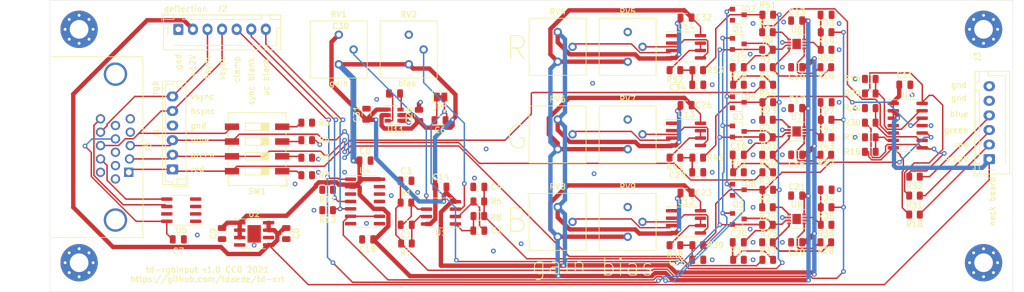
<source format=kicad_pcb>
(kicad_pcb (version 20211014) (generator pcbnew)
  (layers (0 "F.Cu" signal) (31 "B.Cu" signal) (34 "B.Paste" user) (35 "F.Paste" user) (36 "B.SilkS" user "B.Silkscreen") (37 "F.SilkS" user "F.Silkscreen") (38 "B.Mask" user) (39 "F.Mask" user) (44 "Edge.Cuts" user))
  (net 0 "")
  (net 1 "Net-(C1-Pad2)")
  (net 2 "Net-(C1-Pad1)")
  (net 3 "Net-(C2-Pad2)")
  (net 4 "Net-(C2-Pad1)")
  (net 5 "GND")
  (net 6 "+5V")
  (net 7 "Net-(C7-Pad1)")
  (net 8 "+12V")
  (net 9 "Net-(C30-Pad2)")
  (net 10 "Net-(C30-Pad1)")
  (net 11 "-5V")
  (net 12 "/vga_red")
  (net 13 "/vga_blue")
  (net 14 "/vga_green")
  (net 15 "/uc_blank")
  (net 16 "/sync_blank")
  (net 17 "Net-(J5-Pad15)")
  (net 18 "Net-(J5-Pad12)")
  (net 19 "Net-(C12-Pad2)")
  (net 20 "Net-(C16-Pad2)")
  (net 21 "Net-(R2-Pad1)")
  (net 22 "Net-(R3-Pad1)")
  (net 23 "Net-(R4-Pad1)")
  (net 24 "Net-(R5-Pad1)")
  (net 25 "/red_fb")
  (net 26 "Net-(R14-Pad2)")
  (net 27 "Net-(R15-Pad1)")
  (net 28 "Net-(R16-Pad1)")
  (net 29 "Net-(R17-Pad2)")
  (net 30 "/neck_red")
  (net 31 "Net-(RV1-Pad2)")
  (net 32 "Net-(RV2-Pad2)")
  (net 33 "/vga_hsync")
  (net 34 "/~{blank}")
  (net 35 "/~{clamp}")
  (net 36 "/neck_green")
  (net 37 "/neck_blue")
  (net 38 "/Red/ac")
  (net 39 "/Green/ac")
  (net 40 "/Blue/ac")
  (net 41 "black_level")
  (net 42 "clamp")
  (net 43 "blank")
  (net 44 "Net-(R21-Pad2)")
  (net 45 "Net-(R22-Pad1)")
  (net 46 "Net-(R23-Pad2)")
  (net 47 "Net-(R25-Pad2)")
  (net 48 "Net-(R26-Pad1)")
  (net 49 "Net-(R27-Pad2)")
  (net 50 "/mixed_red")
  (net 51 "/mixed_green")
  (net 52 "/mixed_blue")
  (net 53 "/green_fb")
  (net 54 "/blue_fb")
  (net 55 "Net-(R29-Pad1)")
  (net 56 "Net-(R30-Pad1)")
  (net 57 "/vga_vsync")
  (net 58 "gain_buffered")
  (net 59 "bias_buffered")
  (net 60 "Net-(C20-Pad2)")
  (net 61 "Net-(U8-Pad7)")
  (net 62 "Net-(C25-Pad1)")
  (net 63 "Net-(U7-Pad7)")
  (net 64 "Net-(C29-Pad1)")
  (net 65 "Net-(U6-Pad7)")
  (net 66 "Net-(C34-Pad1)")
  (net 69 "Net-(R38-Pad2)")
  (net 70 "Net-(R45-Pad2)")
  (net 71 "Net-(R52-Pad2)")
  (net 72 "Net-(RV4-Pad2)")
  (net 73 "Net-(RV5-Pad2)")
  (net 74 "Net-(RV6-Pad2)")
  (net 75 "Net-(RV7-Pad2)")
  (net 76 "Net-(RV8-Pad2)")
  (net 77 "Net-(RV9-Pad2)")
  (footprint "Capacitor_SMD:C_0805_2012Metric" (layer "F.Cu") (at 133.01182 81.94999)
    (fp_text reference "C3")
    (fp_text value "0.1uF")
  )
  (footprint "Capacitor_SMD:C_0805_2012Metric" (layer "F.Cu") (at 145.5 83 180)
    (fp_text reference "C4")
    (fp_text value "0.1uF")
  )
  (footprint "Capacitor_SMD:C_0805_2012Metric" (layer "F.Cu") (at 126 78.5)
    (fp_text reference "C5")
    (fp_text value "0.1uF")
  )
  (footprint "Capacitor_SMD:C_0805_2012Metric" (layer "F.Cu") (at 138.85 71.6 180)
    (fp_text reference "C6")
    (fp_text value "0.1uF")
  )
  (footprint "Capacitor_SMD:C_0805_2012Metric" (layer "F.Cu") (at 94 92)
    (fp_text reference "C7")
    (fp_text value "0.1uF")
  )
  (footprint "Capacitor_SMD:C_0805_2012Metric" (layer "F.Cu") (at 112.5 91 -90)
    (fp_text reference "C8")
    (fp_text value "2.2uF")
  )
  (footprint "Capacitor_SMD:C_0805_2012Metric" (layer "F.Cu") (at 101.5 91 -90)
    (fp_text reference "C9")
    (fp_text value "2.2uF")
  )
  (footprint "Capacitor_SMD:C_0805_2012Metric" (layer "F.Cu") (at 218.5 65.5)
    (fp_text reference "C11")
    (fp_text value "0.1uF")
  )
  (footprint "Capacitor_SMD:C_0805_2012Metric" (layer "F.Cu") (at 135.25 70.75 90)
    (fp_text reference "C28")
    (fp_text value "3.3uF")
  )
  (footprint "Capacitor_SMD:C_0805_2012Metric" (layer "F.Cu") (at 131.05 67 180)
    (fp_text reference "C30")
    (fp_text value "3.3uF")
  )
  (footprint "Capacitor_SMD:C_0805_2012Metric" (layer "F.Cu") (at 126.25 70.55 90)
    (fp_text reference "C31")
    (fp_text value "3.3uF")
  )
  (footprint "Connector_JST:JST_EH_B6B-EH-A_1x06_P2.50mm_Vertical" (layer "F.Cu") (at 93 80 90)
    (fp_text reference "J1")
    (fp_text value "Conn_01x06_Male")
  )
  (footprint "Connector_JST:JST_XH_B7B-XH-AM_1x07_P2.50mm_Vertical" (layer "F.Cu") (at 94 56)
    (fp_text reference "J2")
    (fp_text value "Conn_01x07_Male")
  )
  (footprint "td-deflect:DSUB-15-HD_Female_Horizontal_P2.29x2.5mm_EdgePinOffset8.35mm_Housed_MountingHolesOffset10.89mm" (layer "F.Cu") (at 84.5 80.5 -90)
    (fp_text reference "J5")
    (fp_text value "DB15_Female_HighDensity_MountingHoles")
  )
  (footprint "Jumper:SolderJumper-2_P1.3mm_Bridged_Pad1.0x1.5mm" (layer "F.Cu") (at 138.95 67.6 180)
    (fp_text reference "JP1")
    (fp_text value "Jumper_NC_Small")
  )
  (footprint "Resistor_SMD:R_0805_2012Metric" (layer "F.Cu") (at 133.01182 85.69999)
    (fp_text reference "R1")
    (fp_text value "1k")
  )
  (footprint "Resistor_SMD:R_0805_2012Metric" (layer "F.Cu") (at 116 81)
    (fp_text reference "R2")
    (fp_text value "75")
  )
  (footprint "Resistor_SMD:R_0805_2012Metric" (layer "F.Cu") (at 116 78)
    (fp_text reference "R3")
    (fp_text value "75")
  )
  (footprint "Resistor_SMD:R_0805_2012Metric" (layer "F.Cu") (at 116 75)
    (fp_text reference "R4")
    (fp_text value "75")
  )
  (footprint "Resistor_SMD:R_0805_2012Metric" (layer "F.Cu") (at 145.5 85.5 180)
    (fp_text reference "R6")
    (fp_text value "1k")
  )
  (footprint "Resistor_SMD:R_0805_2012Metric" (layer "F.Cu") (at 133.09932 92.69999)
    (fp_text reference "R7")
    (fp_text value "10")
  )
  (footprint "Resistor_SMD:R_0805_2012Metric" (layer "F.Cu") (at 119.5875 83.5 180)
    (fp_text reference "R11")
    (fp_text value "10k")
  )
  (footprint "Resistor_SMD:R_0805_2012Metric" (layer "F.Cu") (at 212.5875 74.5)
    (fp_text reference "R12")
    (fp_text value "470")
  )
  (footprint "Resistor_SMD:R_0805_2012Metric" (layer "F.Cu") (at 119.5875 87 180)
    (fp_text reference "R13")
    (fp_text value "10k")
  )
  (footprint "Resistor_SMD:R_0805_2012Metric" (layer "F.Cu") (at 212.5875 77)
    (fp_text reference "R15")
    (fp_text value "470")
  )
  (footprint "Potentiometer_THT:Potentiometer_Bourns_3386P_Vertical" (layer "F.Cu") (at 121.5 62)
    (fp_text reference "RV1")
    (fp_text value "1k")
  )
  (footprint "Potentiometer_THT:Potentiometer_Bourns_3386P_Vertical" (layer "F.Cu") (at 133.5 62)
    (fp_text reference "RV2")
    (fp_text value "1k")
  )
  (footprint "Button_Switch_SMD:SW_DIP_SPSTx04_Slide_9.78x12.34mm_W8.61mm_P2.54mm" (layer "F.Cu") (at 107.5 76.5 180)
    (fp_text reference "SW1")
    (fp_text value "SW_DIP_x04")
  )
  (footprint "Package_SO:SOIC-8-1EP_3.9x4.9mm_P1.27mm_EP2.29x3mm" (layer "F.Cu") (at 107 91.05)
    (fp_text reference "U2")
    (fp_text value "ADP7142ARDZ-5.0")
  )
  (footprint "Package_SO:SOIC-14_3.9x8.7mm_P1.27mm" (layer "F.Cu") (at 219 72.5)
    (fp_text reference "U3")
    (fp_text value "ADA4861-3")
  )
  (footprint "Package_SO:SOIC-14_3.9x8.7mm_P1.27mm" (layer "F.Cu") (at 126 85.5)
    (fp_text reference "U4")
    (fp_text value "74HCT00")
  )
  (footprint "Package_SO:SOIC-8_3.9x4.9mm_P1.27mm" (layer "F.Cu") (at 94.5 87 180)
    (fp_text reference "U5")
    (fp_text value "AT24CS01-SSHM")
  )
  (footprint "Package_TO_SOT_SMD:SOT-23-6" (layer "F.Cu") (at 130.98 70.71)
    (fp_text reference "U11")
    (fp_text value "MAX1720EUT")
  )
  (footprint "Package_SO:SOIC-8_3.9x4.9mm_P1.27mm" (layer "F.Cu") (at 139.01182 87.44999 180)
    (fp_text reference "U1")
    (fp_text value "TLC272")
  )
  (footprint "Resistor_SMD:R_0805_2012Metric" (layer "F.Cu") (at 116 72)
    (fp_text reference "R5")
    (fp_text value "75")
  )
  (footprint "Connector_JST:JST_XH_B6B-XH-AM_1x06_P2.50mm_Vertical" (layer "F.Cu") (at 232.975 78.25 90)
    (fp_text reference "J3")
    (fp_text value "Conn_01x06_Male")
  )
  (footprint "Capacitor_SMD:C_0805_2012Metric" (layer "F.Cu") (at 145.5 90.5)
    (fp_text reference "C2")
    (fp_text value "0.01uF")
  )
  (footprint "Resistor_SMD:R_0805_2012Metric" (layer "F.Cu") (at 145.5 88 180)
    (fp_text reference "R8")
    (fp_text value "10")
  )
  (footprint "Capacitor_SMD:C_0805_2012Metric" (layer "F.Cu") (at 199.965 62.5 180)
    (fp_text reference "C10")
    (fp_text value "0.1uF")
  )
  (footprint "Capacitor_SMD:C_0805_2012Metric" (layer "F.Cu") (at 189.965 62.5 180)
    (fp_text reference "C12")
    (fp_text value "1uF")
  )
  (footprint "Capacitor_SMD:C_0805_2012Metric" (layer "F.Cu") (at 199.965 54.5 180)
    (fp_text reference "C13")
    (fp_text value "0.1uF")
  )
  (footprint "Capacitor_SMD:C_0805_2012Metric" (layer "F.Cu") (at 139 83)
    (fp_text reference "C14")
    (fp_text value "0.1uF")
  )
  (footprint "Capacitor_SMD:C_0805_2012Metric" (layer "F.Cu") (at 199.965 77.5 180)
    (fp_text reference "C15")
    (fp_text value "0.1uF")
  )
  (footprint "Capacitor_SMD:C_0805_2012Metric" (layer "F.Cu") (at 189.965 77.5 180)
    (fp_text reference "C16")
    (fp_text value "1uF")
  )
  (footprint "Capacitor_SMD:C_0805_2012Metric" (layer "F.Cu") (at 199.965 69.5 180)
    (fp_text reference "C17")
    (fp_text value "0.1uF")
  )
  (footprint "Capacitor_SMD:C_0805_2012Metric" (layer "F.Cu") (at 126.45 92 180)
    (fp_text reference "C18")
    (fp_text value "0.1uF")
  )
  (footprint "Capacitor_SMD:C_0805_2012Metric" (layer "F.Cu") (at 199.965 92.5 180)
    (fp_text reference "C19")
    (fp_text value "0.1uF")
  )
  (footprint "Capacitor_SMD:C_0805_2012Metric" (layer "F.Cu") (at 189.965 92.5 180)
    (fp_text reference "C20")
    (fp_text value "1uF")
  )
  (footprint "Capacitor_SMD:C_0805_2012Metric" (layer "F.Cu") (at 199.965 84.5 180)
    (fp_text reference "C21")
    (fp_text value "0.1uF")
  )
  (footprint "Package_TO_SOT_SMD:SOT-23" (layer "F.Cu") (at 189.965 58.5)
    (fp_text reference "Q1")
    (fp_text value "2N7002NXBKR")
  )
  (footprint "Package_TO_SOT_SMD:SOT-23" (layer "F.Cu") (at 189.965 73.5)
    (fp_text reference "Q3")
    (fp_text value "2N7002NXBKR")
  )
  (footprint "Package_TO_SOT_SMD:SOT-23" (layer "F.Cu") (at 189.965 68.5)
    (fp_text reference "Q4")
    (fp_text value "2N7002NXBKR")
  )
  (footprint "Package_TO_SOT_SMD:SOT-23" (layer "F.Cu") (at 189.965 88.5)
    (fp_text reference "Q5")
    (fp_text value "2N7002NXBKR")
  )
  (footprint "Package_TO_SOT_SMD:SOT-23" (layer "F.Cu") (at 189.965 83.5)
    (fp_text reference "Q6")
    (fp_text value "2N7002NXBKR")
  )
  (footprint "Resistor_SMD:R_0805_2012Metric" (layer "F.Cu") (at 194.965 59.5 180)
    (fp_text reference "R9")
    (fp_text value "100k")
  )
  (footprint "Resistor_SMD:R_0805_2012Metric" (layer "F.Cu") (at 194.965 62.5)
    (fp_text reference "R14")
    (fp_text value "470")
  )
  (footprint "Resistor_SMD:R_0805_2012Metric" (layer "F.Cu") (at 204.965 62.5)
    (fp_text reference "R16")
    (fp_text value "470")
  )
  (footprint "Resistor_SMD:R_0805_2012Metric" (layer "F.Cu") (at 194.965 56.5)
    (fp_text reference "R17")
    (fp_text value "1k")
  )
  (footprint "Resistor_SMD:R_0805_2012Metric" (layer "F.Cu") (at 194.965 74.5 180)
    (fp_text reference "R20")
    (fp_text value "100k")
  )
  (footprint "Resistor_SMD:R_0805_2012Metric" (layer "F.Cu") (at 194.965 77.5)
    (fp_text reference "R21")
    (fp_text value "470")
  )
  (footprint "Resistor_SMD:R_0805_2012Metric" (layer "F.Cu") (at 194.965 71.5)
    (fp_text reference "R23")
    (fp_text value "1k")
  )
  (footprint "Resistor_SMD:R_0805_2012Metric" (layer "F.Cu") (at 194.965 89.5 180)
    (fp_text reference "R24")
    (fp_text value "100k")
  )
  (footprint "Resistor_SMD:R_0805_2012Metric" (layer "F.Cu") (at 194.965 92.5)
    (fp_text reference "R25")
    (fp_text value "470")
  )
  (footprint "Resistor_SMD:R_0805_2012Metric" (layer "F.Cu") (at 204.965 92.5)
    (fp_text reference "R26")
    (fp_text value "470")
  )
  (footprint "Resistor_SMD:R_0805_2012Metric" (layer "F.Cu") (at 194.965 86.5)
    (fp_text reference "R27")
    (fp_text value "1k")
  )
  (footprint "Potentiometer_THT:Potentiometer_Bourns_3386P_Vertical" (layer "F.Cu") (at 171.015 61.54)
    (fp_text reference "RV5")
    (fp_text value "1k")
  )
  (footprint "Potentiometer_THT:Potentiometer_Bourns_3386P_Vertical" (layer "F.Cu") (at 159.015 76.54)
    (fp_text reference "RV6")
    (fp_text value "1k")
  )
  (footprint "Potentiometer_THT:Potentiometer_Bourns_3386P_Vertical" (layer "F.Cu") (at 171.015 76.54)
    (fp_text reference "RV7")
    (fp_text value "1k")
  )
  (footprint "Potentiometer_THT:Potentiometer_Bourns_3386P_Vertical" (layer "F.Cu") (at 159.015 91.54)
    (fp_text reference "RV8")
    (fp_text value "1k")
  )
  (footprint "Potentiometer_THT:Potentiometer_Bourns_3386P_Vertical" (layer "F.Cu") (at 171.015 91.54)
    (fp_text reference "RV9")
    (fp_text value "1k")
  )
  (footprint "td-deflect:LFCSP-8-1EP_3x3mm_P0.5mm_AD8337" (layer "F.Cu") (at 199.965 58.5)
    (fp_text reference "U6")
    (fp_text value "AD8337")
  )
  (footprint "td-deflect:LFCSP-8-1EP_3x3mm_P0.5mm_AD8337" (layer "F.Cu") (at 199.965 73.5)
    (fp_text reference "U7")
    (fp_text value "AD8337")
  )
  (footprint "td-deflect:LFCSP-8-1EP_3x3mm_P0.5mm_AD8337" (layer "F.Cu") (at 199.965 88.5)
    (fp_text reference "U8")
    (fp_text value "AD8337")
  )
  (footprint "Resistor_SMD:R_0805_2012Metric" (layer "F.Cu") (at 212.5875 64.5)
    (fp_text reference "R19")
    (fp_text value "470")
  )
  (footprint "Resistor_SMD:R_0805_2012Metric" (layer "F.Cu") (at 212.5875 69.5)
    (fp_text reference "R28")
    (fp_text value "470")
  )
  (footprint "Resistor_SMD:R_0805_2012Metric" (layer "F.Cu") (at 212.5875 67)
    (fp_text reference "R29")
    (fp_text value "470")
  )
  (footprint "Resistor_SMD:R_0805_2012Metric" (layer "F.Cu") (at 212.5875 72)
    (fp_text reference "R30")
    (fp_text value "470")
  )
  (footprint "Resistor_SMD:R_0805_2012Metric" (layer "F.Cu") (at 220.1625 84.5 180)
    (fp_text reference "R31")
    (fp_text value "47")
  )
  (footprint "Resistor_SMD:R_0805_2012Metric" (layer "F.Cu") (at 220.1625 81.25 180)
    (fp_text reference "R32")
    (fp_text value "47")
  )
  (footprint "Resistor_SMD:R_0805_2012Metric" (layer "F.Cu") (at 220.1625 87.75 180)
    (fp_text reference "R18")
    (fp_text value "47")
  )
  (footprint "MountingHole:MountingHole_3.2mm_M3_Pad_Via" (layer "F.Cu") (at 77 56)
    (fp_text reference "H1" hide)
    (fp_text value "MountingHole_Pad")
  )
  (footprint "MountingHole:MountingHole_3.2mm_M3_Pad_Via" (layer "F.Cu") (at 232 56)
    (fp_text reference "H3" hide)
    (fp_text value "MountingHole_Pad")
  )
  (footprint "MountingHole:MountingHole_3.2mm_M3_Pad_Via" (layer "F.Cu") (at 232 96)
    (fp_text reference "H4" hide)
    (fp_text value "MountingHole_Pad")
  )
  (footprint "MountingHole:MountingHole_3.2mm_M3_Pad_Via" (layer "F.Cu") (at 77 96)
    (fp_text reference "H2" hide)
    (fp_text value "MountingHole_Pad")
  )
  (footprint "Potentiometer_THT:Potentiometer_Bourns_3386P_Vertical" (layer "F.Cu") (at 159.015 61.54)
    (fp_text reference "RV4")
    (fp_text value "1k")
  )
  (footprint "Package_TO_SOT_SMD:SOT-23" (layer "F.Cu") (at 189.965 53.5)
    (fp_text reference "Q2")
    (fp_text value "2N7002NXBKR")
  )
  (footprint "Resistor_SMD:R_0805_2012Metric" (layer "F.Cu") (at 204.965 77.5)
    (fp_text reference "R22")
    (fp_text value "470")
  )
  (footprint "Capacitor_SMD:C_0805_2012Metric" (layer "F.Cu") (at 133.06182 89.49999 180)
    (fp_text reference "C1")
    (fp_text value "0.01uF")
  )
  (footprint "Capacitor_SMD:C_0805_2012Metric" (layer "F.Cu") (at 183.015 95.5)
    (fp_text reference "C25")
    (fp_text value "0.1uF")
  )
  (footprint "Resistor_SMD:R_0805_2012Metric" (layer "F.Cu") (at 205.015 59.5 180)
    (fp_text reference "R50")
    (fp_text value "1k")
  )
  (footprint "Capacitor_SMD:C_0805_2012Metric" (layer "F.Cu") (at 205.015 53.5)
    (fp_text reference "C33")
    (fp_text value "0.1uF")
  )
  (footprint "Resistor_SMD:R_0805_2012Metric" (layer "F.Cu") (at 179.1025 63 180)
    (fp_text reference "R52")
    (fp_text value "10")
  )
  (footprint "Resistor_SMD:R_0805_2012Metric" (layer "F.Cu") (at 205.015 86.5)
    (fp_text reference "R35")
    (fp_text value "1k")
  )
  (footprint "Capacitor_SMD:C_0805_2012Metric" (layer "F.Cu") (at 205.015 83.5)
    (fp_text reference "C24")
    (fp_text value "0.1uF")
  )
  (footprint "Resistor_SMD:R_0805_2012Metric" (layer "F.Cu") (at 183.015 93)
    (fp_text reference "R39")
    (fp_text value "1k")
  )
  (footprint "Resistor_SMD:R_0805_2012Metric" (layer "F.Cu") (at 190 65.5)
    (fp_text reference "R48")
    (fp_text value "1k")
  )
  (footprint "Resistor_SMD:R_0805_2012Metric" (layer "F.Cu") (at 195.015 83.5)
    (fp_text reference "R37")
    (fp_text value "1k")
  )
  (footprint "Capacitor_SMD:C_0805_2012Metric" (layer "F.Cu") (at 181.015 54 180)
    (fp_text reference "C32")
    (fp_text value "0.1uF")
  )
  (footprint "Capacitor_SMD:C_0805_2012Metric" (layer "F.Cu") (at 205.015 68.5)
    (fp_text reference "C27")
    (fp_text value "0.1uF")
  )
  (footprint "Resistor_SMD:R_0805_2012Metric" (layer "F.Cu") (at 195.015 80.5)
    (fp_text reference "R40")
    (fp_text value "1k")
  )
  (footprint "Capacitor_SMD:C_0805_2012Metric" (layer "F.Cu") (at 181.015 69 180)
    (fp_text reference "C26")
    (fp_text value "0.1uF")
  )
  (footprint "Resistor_SMD:R_0805_2012Metric" (layer "F.Cu") (at 183.015 63)
    (fp_text reference "R53")
    (fp_text value "1k")
  )
  (footprint "Package_SO:SOIC-8_3.9x4.9mm_P1.27mm" (layer "F.Cu") (at 181.015 59)
    (fp_text reference "U14")
    (fp_text value "TLC272")
  )
  (footprint "Capacitor_SMD:C_0805_2012Metric" (layer "F.Cu") (at 183.015 65.5)
    (fp_text reference "C34")
    (fp_text value "0.1uF")
  )
  (footprint "Resistor_SMD:R_0805_2012Metric" (layer "F.Cu") (at 195.015 53.5)
    (fp_text reference "R51")
    (fp_text value "1k")
  )
  (footprint "Resistor_SMD:R_0805_2012Metric" (layer "F.Cu") (at 205.015 71.5)
    (fp_text reference "R42")
    (fp_text value "1k")
  )
  (footprint "Resistor_SMD:R_0805_2012Metric" (layer "F.Cu") (at 190 95.5)
    (fp_text reference "R34")
    (fp_text value "1k")
  )
  (footprint "Resistor_SMD:R_0805_2012Metric" (layer "F.Cu") (at 205.015 74.5 180)
    (fp_text reference "R43")
    (fp_text value "1k")
  )
  (footprint "Package_SO:SOIC-8_3.9x4.9mm_P1.27mm" (layer "F.Cu") (at 181.015 74)
    (fp_text reference "U13")
    (fp_text value "TLC272")
  )
  (footprint "Capacitor_SMD:C_0805_2012Metric" (layer "F.Cu") (at 183.015 80.5)
    (fp_text reference "C29")
    (fp_text value "0.1uF")
  )
  (footprint "Resistor_SMD:R_0805_2012Metric" (layer "F.Cu") (at 179.1025 78 180)
    (fp_text reference "R45")
    (fp_text value "10")
  )
  (footprint "Resistor_SMD:R_0805_2012Metric" (layer "F.Cu") (at 183.015 78)
    (fp_text reference "R46")
    (fp_text value "1k")
  )
  (footprint "Resistor_SMD:R_0805_2012Metric" (layer "F.Cu") (at 205.015 89.5 180)
    (fp_text reference "R36")
    (fp_text value "1k")
  )
  (footprint "Resistor_SMD:R_0805_2012Metric" (layer "F.Cu") (at 179.1025 93 180)
    (fp_text reference "R38")
    (fp_text value "10")
  )
  (footprint "Resistor_SMD:R_0805_2012Metric" (layer "F.Cu") (at 190 80.5)
    (fp_text reference "R41")
    (fp_text value "1k")
  )
  (footprint "Resistor_SMD:R_0805_2012Metric" (layer "F.Cu") (at 205.015 56.5)
    (fp_text reference "R49")
    (fp_text value "1k")
  )
  (footprint "Package_SO:SOIC-8_3.9x4.9mm_P1.27mm" (layer "F.Cu") (at 181.015 89)
    (fp_text reference "U12")
    (fp_text value "TLC272")
  )
  (footprint "Resistor_SMD:R_0805_2012Metric" (layer "F.Cu") (at 195.015 65.5)
    (fp_text reference "R47")
    (fp_text value "1k")
  )
  (footprint "Resistor_SMD:R_0805_2012Metric" (layer "F.Cu") (at 195.015 95.5)
    (fp_text reference "R33")
    (fp_text value "1k")
  )
  (footprint "Resistor_SMD:R_0805_2012Metric" (layer "F.Cu") (at 195.015 68.5)
    (fp_text reference "R44")
    (fp_text value "1k")
  )
  (footprint "Capacitor_SMD:C_0805_2012Metric" (layer "F.Cu") (at 181.015 84 180)
    (fp_text reference "C23")
    (fp_text value "0.1uF")
  )
  (gr_line (start 237 101) (end 72 101) (layer "Edge.Cuts") (width 0.05))
  (gr_line (start 72 51) (end 237 51) (layer "Edge.Cuts") (width 0.05))
  (gr_line (start 72 101) (end 72 51) (layer "Edge.Cuts") (width 0.05))
  (gr_line (start 237 51) (end 237 101) (layer "Edge.Cuts") (width 0.05))
  (gr_text "gnd" (at 96 72.5) (layer "F.SilkS") (effects (font (size 1 1)) (justify left)))
  (gr_text "hsync" (at 96 70) (layer "F.SilkS") (effects (font (size 1 1)) (justify left)))
  (gr_text "vsync" (at 96 67.5) (layer "F.SilkS") (effects (font (size 1 1)) (justify left)))
  (gr_text "gnd" (at 94 63 90) (layer "F.SilkS") (effects (font (size 1 1)) (justify left)))
  (gr_text "+12V" (at 96.5 60.25 90) (layer "F.SilkS") (effects (font (size 1 1)) (justify right)))
  (gr_text "sync blank" (at 106.5 60.75 90) (layer "F.SilkS") (effects (font (size 1 1)) (justify right)))
  (gr_text "uc blank" (at 109 60.75 90) (layer "F.SilkS") (effects (font (size 1 1)) (justify right)))
  (gr_text "bias" (at 133.2 65.25) (layer "F.SilkS") (effects (font (size 1 1))))
  (gr_text "gain" (at 121.5 65.25) (layer "F.SilkS") (effects (font (size 1 1))))
  (gr_text "gnd" (at 229.25 65.5) (layer "F.SilkS") (effects (font (size 1 1)) (justify right)))
  (gr_text "gnd" (at 229.25 67.75) (layer "F.SilkS") (effects (font (size 1 1)) (justify right)))
  (gr_text "td-rgbinput v1.0 CC0 2021\nhttps://github.com/tdaede/td-crt" (at 99 98) (layer "F.SilkS") (effects (font (size 1 1))))
  (gr_text "vsync" (at 101.5 60.5 90) (layer "F.SilkS") (effects (font (size 1 1)) (justify right)))
  (gr_text "blue" (at 96 75) (layer "F.SilkS") (effects (font (size 1 1)) (justify left)))
  (gr_text "deflection" (at 95.25 52.5) (layer "F.SilkS") (effects (font (size 1 1))))
  (gr_text "bias" (at 171 96.75) (layer "F.SilkS") (effects (font (size 3 3))))
  (gr_text "G" (at 152 74.5) (layer "F.SilkS") (effects (font (size 4 4))))
  (gr_text "green" (at 229.5 73.25) (layer "F.SilkS") (effects (font (size 1 1)) (justify right)))
  (gr_text "B" (at 152 88.75) (layer "F.SilkS") (effects (font (size 4 4))))
  (gr_text "blue" (at 229.5 70.5) (layer "F.SilkS") (effects (font (size 1 1)) (justify right)))
  (gr_text "hsync" (at 99 60.25 90) (layer "F.SilkS") (effects (font (size 1 1)) (justify right)))
  (gr_text "gain" (at 159.25 96.5) (layer "F.SilkS") (effects (font (size 3 3))))
  (gr_text "clamp" (at 104 60.5 90) (layer "F.SilkS") (effects (font (size 1 1)) (justify right)))
  (gr_text "green" (at 96 77.5) (layer "F.SilkS") (effects (font (size 1 1)) (justify left)))
  (gr_text "rgb" (at 90 66 90) (layer "F.SilkS") (effects (font (size 1 1))))
  (gr_text "R" (at 152 59.25) (layer "F.SilkS") (effects (font (size 4 4))))
  (gr_text "neck board" (at 233.5 85.5 90) (layer "F.SilkS") (effects (font (size 1 1))))
  (gr_text "red" (at 96 80) (layer "F.SilkS") (effects (font (size 1 1)) (justify left)))
  (gr_text "red" (at 229.5 75.75) (layer "F.SilkS") (effects (font (size 1 1)) (justify right)))
  (gr_text "+12V" (at 229.5 78.25) (layer "F.SilkS") (effects (font (size 1 1)) (justify right)))
  (segment (start 134.84307 86.61874) (end 133.92432 85.69999) (width 0.25) (layer "F.Cu") (net 1))
  (segment (start 136.53682 86.81499) (end 135.03932 86.81499) (width 0.25) (layer "F.Cu") (net 1))
  (segment (start 133.92432 85.69999) (end 133.92432 88.03749) (width 0.25) (layer "F.Cu") (net 1))
  (segment (start 135.03932 86.81499) (end 134.84307 86.61874) (width 0.25) (layer "F.Cu") (net 1))
  (segment (start 133.92432 88.03749) (end 132.01182 89.94999) (width 0.25) (layer "F.Cu") (net 1))
  (segment (start 134.01182 92.69999) (end 134.01182 89.44999) (width 0.25) (layer "F.Cu") (net 2))
  (segment (start 135.51182 87.94999) (end 136.51182 87.94999) (width 0.25) (layer "F.Cu") (net 2))
  (segment (start 134.01182 89.44999) (end 135.51182 87.94999) (width 0.25) (layer "F.Cu") (net 2))
  (segment (start 145.62548 89.67548) (end 146.45 90.5) (width 0.25) (layer "F.Cu") (net 3))
  (segment (start 145.62548 86.53798) (end 145.62548 89.67548) (width 0.25) (layer "F.Cu") (net 3))
  (segment (start 141.48682 88.08499) (end 142.00251 88.08499) (width 0.25) (layer "F.Cu") (net 3))
  (segment (start 144.5875 85.5) (end 145.62548 86.53798) (width 0.25) (layer "F.Cu") (net 3))
  (segment (start 142.00251 88.08499) (end 144.5875 85.5) (width 0.25) (layer "F.Cu") (net 3))
  (segment (start 141.48682 89.35499) (end 142.63183 90.5) (width 0.25) (layer "F.Cu") (net 4))
  (segment (start 144.5875 88) (end 144.5875 90.4625) (width 0.25) (layer "F.Cu") (net 4))
  (segment (start 144.5875 90.4625) (end 144.55 90.5) (width 0.25) (layer "F.Cu") (net 4))
  (segment (start 142.63183 90.5) (end 144.55 90.5) (width 0.25) (layer "F.Cu") (net 4))
  (segment (start 133.16 71.66) (end 133.5 72) (width 0.75) (layer "F.Cu") (net 5))
  (segment (start 132.08 71.66) (end 133.16 71.66) (width 0.75) (layer "F.Cu") (net 5))
  (segment (start 198.765 73.25) (end 197.515 73.25) (width 0.25) (layer "F.Cu") (net 5))
  (segment (start 198.765 88.25) (end 197.515 88.25) (width 0.25) (layer "F.Cu") (net 5))
  (segment (start 198.765 88.25) (end 197.515 88.25) (width 0.25) (layer "F.Cu") (net 5))
  (segment (start 198.765 58.25) (end 197.515 58.25) (width 0.25) (layer "F.Cu") (net 5))
  (segment (start 198.765 73.25) (end 197.515 73.25) (width 0.25) (layer "F.Cu") (net 5))
  (segment (start 116.9125 75) (end 117.5 75) (width 0.25) (layer "F.Cu") (net 5))
  (segment (start 117.5 75) (end 118.25 75.75) (width 0.25) (layer "F.Cu") (net 5))
  (segment (start 198.6775 73.25) (end 198.765 73.25) (width 0.25) (layer "F.Cu") (net 5))
  (segment (start 198.6775 58.25) (end 198.765 58.25) (width 0.25) (layer "F.Cu") (net 5))
  (segment (start 198.6775 73.25) (end 198.765 73.25) (width 0.25) (layer "F.Cu") (net 5))
  (segment (start 198.6775 88.25) (end 198.765 88.25) (width 0.25) (layer "F.Cu") (net 5))
  (segment (start 198.6775 88.25) (end 198.765 88.25) (width 0.25) (layer "F.Cu") (net 5))
  (segment (start 135.25 68.75) (end 135.5 68.5) (width 0.75) (layer "F.Cu") (net 5))
  (segment (start 138.3 71.2) (end 138.3 67.6) (width 0.25) (layer "F.Cu") (net 5))
  (segment (start 135.25 69.8) (end 135.25 68.75) (width 0.75) (layer "F.Cu") (net 5))
  (segment (start 137.9 71.6) (end 138.3 71.2) (width 0.25) (layer "F.Cu") (net 5))
  (via (at 192 60.25) (size 0.8) (drill 0.4) (layers "F.Cu" "B.Cu") (net 5))
  (via (at 210 69.5) (size 0.8) (drill 0.4) (layers "F.Cu" "B.Cu") (net 5))
  (via (at 210 64.5) (size 0.8) (drill 0.4) (layers "F.Cu" "B.Cu") (net 5))
  (via (at 197.515 62.5) (size 0.8) (drill 0.4) (layers "F.Cu" "B.Cu") (net 5))
  (via (at 197.515 92.5) (size 0.8) (drill 0.4) (layers "F.Cu" "B.Cu") (net 5))
  (via (at 197.515 77.5) (size 0.8) (drill 0.4) (layers "F.Cu" "B.Cu") (net 5))
  (via (at 117.25 87) (size 0.8) (drill 0.4) (layers "F.Cu" "B.Cu") (net 5))
  (via (at 192.5 77.5) (size 0.8) (drill 0.4) (layers "F.Cu" "B.Cu") (net 5))
  (via (at 192.5 55) (size 0.8) (drill 0.4) (layers "F.Cu" "B.Cu") (net 5))
  (via (at 107 93) (size 0.8) (drill 0.4) (layers "F.Cu" "B.Cu") (net 5))
  (via (at 192.5 92.5) (size 0.8) (drill 0.4) (layers "F.Cu" "B.Cu") (net 5))
  (via (at 197.515 88.25) (size 0.8) (drill 0.4) (layers "F.Cu" "B.Cu") (net 5))
  (via (at 197.515 58.25) (size 0.8) (drill 0.4) (layers "F.Cu" "B.Cu") (net 5))
  (via (at 197.515 73.25) (size 0.8) (drill 0.4) (layers "F.Cu" "B.Cu") (net 5))
  (via (at 144.75 81.5) (size 0.8) (drill 0.4) (layers "F.Cu" "B.Cu") (net 5))
  (via (at 192.5 86.5) (size 0.8) (drill 0.4) (layers "F.Cu" "B.Cu") (net 5))
  (via (at 146.75 76.5) (size 0.8) (drill 0.4) (layers "F.Cu" "B.Cu") (net 5))
  (via (at 223 72.5) (size 0.8) (drill 0.4) (layers "F.Cu" "B.Cu") (net 5))
  (via (at 135.5 68.5) (size 0.8) (drill 0.4) (layers "F.Cu" "B.Cu") (net 5))
  (via (at 207.25 83.5) (size 0.8) (drill 0.4) (layers "F.Cu" "B.Cu") (net 5))
  (via (at 126.25 89.25) (size 0.8) (drill 0.4) (layers "F.Cu" "B.Cu") (net 5))
  (via (at 207.25 55) (size 0.8) (drill 0.4) (layers "F.Cu" "B.Cu") (net 5))
  (via (at 118 80.5) (size 0.8) (drill 0.4) (layers "F.Cu" "B.Cu") (net 5))
  (via (at 130.5 84.5) (size 0.8) (drill 0.4) (layers "F.Cu" "B.Cu") (net 5))
  (via (at 192.5 95.5) (size 0.8) (drill 0.4) (layers "F.Cu" "B.Cu") (net 5))
  (via (at 152.75 92.75) (size 0.8) (drill 0.4) (layers "F.Cu" "B.Cu") (net 5))
  (via (at 185.5 95.5) (size 0.8) (drill 0.4) (layers "F.Cu" "B.Cu") (net 5))
  (via (at 207.25 68.5) (size 0.8) (drill 0.4) (layers "F.Cu" "B.Cu") (net 5))
  (via (at 118.25 75.75) (size 0.8) (drill 0.4) (layers "F.Cu" "B.Cu") (net 5))
  (via (at 192.5 62.5) (size 0.8) (drill 0.4) (layers "F.Cu" "B.Cu") (net 5))
  (via (at 197.75 69.75) (size 0.8) (drill 0.4) (layers "F.Cu" "B.Cu") (net 5))
  (via (at 118 78.25) (size 0.8) (drill 0.4) (layers "F.Cu" "B.Cu") (net 5))
  (via (at 135.01182 83.94999) (size 0.8) (drill 0.4) (layers "F.Cu" "B.Cu") (net 5))
  (via (at 185.5 80.5) (size 0.8) (drill 0.4) (layers "F.Cu" "B.Cu") (net 5))
  (via (at 192 90.25) (size 0.8) (drill 0.4) (layers "F.Cu" "B.Cu") (net 5))
  (via (at 114 82.5) (size 0.8) (drill 0.4) (layers "F.Cu" "B.Cu") (net 5))
  (via (at 210 74.5) (size 0.8) (drill 0.4) (layers "F.Cu" "B.Cu") (net 5))
  (via (at 128 68) (size 0.8) (drill 0.4) (layers "F.Cu" "B.Cu") (net 5))
  (via (at 192.5 71.75) (size 0.8) (drill 0.4) (layers "F.Cu" "B.Cu") (net 5))
  (via (at 133.5 72) (size 0.8) (drill 0.4) (layers "F.Cu" "B.Cu") (net 5))
  (via (at 122.5 80.5) (size 0.8) (drill 0.4) (layers "F.Cu" "B.Cu") (net 5))
  (via (at 192.5 65.5) (size 0.8) (drill 0.4) (layers "F.Cu" "B.Cu") (net 5))
  (via (at 165 65.25) (size 0.8) (drill 0.4) (layers "F.Cu" "B.Cu") (net 5))
  (via (at 192.5 80.5) (size 0.8) (drill 0.4) (layers "F.Cu" "B.Cu") (net 5))
  (via (at 207.25 59.5) (size 0.8) (drill 0.4) (layers "F.Cu" "B.Cu") (net 5))
  (via (at 219.75 67.25) (size 0.8) (drill 0.4) (layers "F.Cu" "B.Cu") (net 5))
  (via (at 97.25 91.25) (size 0.8) (drill 0.4) (layers "F.Cu" "B.Cu") (net 5))
  (via (at 197.75 54.75) (size 0.8) (drill 0.4) (layers "F.Cu" "B.Cu") (net 5))
  (via (at 185.5 65.5) (size 0.8) (drill 0.4) (layers "F.Cu" "B.Cu") (net 5))
  (via (at 192 75.25) (size 0.8) (drill 0.4) (layers "F.Cu" "B.Cu") (net 5))
  (via (at 148 94) (size 0.8) (drill 0.4) (layers "F.Cu" "B.Cu") (net 5))
  (via (at 165.25 80.75) (size 0.8) (drill 0.4) (layers "F.Cu" "B.Cu") (net 5))
  (segment (start 180.71548 82.75048) (end 181.965 84) (width 0.75) (layer "F.Cu") (net 6))
  (segment (start 157.770489 55.944506) (end 160.964515 52.75048) (width 0.75) (layer "F.Cu") (net 6))
  (segment (start 180.71548 67.75048) (end 181.965 69) (width 0.75) (layer "F.Cu") (net 6))
  (segment (start 125.07501 83.07501) (end 124.607661 82.607661) (width 0.75) (layer "F.Cu") (net 6))
  (segment (start 128.475 86.77) (end 129.133915 86.77) (width 0.75) (layer "F.Cu") (net 6))
  (segment (start 117.58749 82.708266) (end 118.070766 82.22499) (width 0.75) (layer "F.Cu") (net 6))
  (segment (start 200.915 84.5) (end 201.900954 84.5) (width 0.75) (layer "F.Cu") (net 6))
  (segment (start 200.915 54.5) (end 201.900954 54.5) (width 0.75) (layer "F.Cu") (net 6))
  (segment (start 200.915 84.5) (end 201.900954 84.5) (width 0.75) (layer "F.Cu") (net 6))
  (segment (start 200.915 69.5) (end 201.900954 69.5) (width 0.75) (layer "F.Cu") (net 6))
  (segment (start 200.915 69.5) (end 201.900954 69.5) (width 0.75) (layer "F.Cu") (net 6))
  (segment (start 121.486905 82.607661) (end 124.607661 82.607661) (width 0.75) (layer "F.Cu") (net 6))
  (segment (start 157.770489 60.295489) (end 157.770489 55.944506) (width 0.75) (layer "F.Cu") (net 6))
  (segment (start 133.95 73) (end 135.25 71.7) (width 0.75) (layer "F.Cu") (net 6))
  (segment (start 159.015 91.54) (end 158 90.525) (width 0.75) (layer "F.Cu") (net 6))
  (segment (start 201.900954 84.5) (end 201.957977 84.557023) (width 0.75) (layer "F.Cu") (net 6))
  (segment (start 201.900954 84.5) (end 201.957977 84.557023) (width 0.75) (layer "F.Cu") (net 6))
  (segment (start 201.900954 54.5) (end 201.957977 54.557023) (width 0.75) (layer "F.Cu") (net 6))
  (segment (start 201.900954 69.5) (end 201.957977 69.557023) (width 0.75) (layer "F.Cu") (net 6))
  (segment (start 201.900954 69.5) (end 201.957977 69.557023) (width 0.75) (layer "F.Cu") (net 6))
  (segment (start 133.5 62) (end 121.5 62) (width 0.75) (layer "F.Cu") (net 6))
  (segment (start 119.529246 82.475002) (end 119.645754 82.475002) (width 0.75) (layer "F.Cu") (net 6))
  (segment (start 128.925978 70.71) (end 128.825489 70.810489) (width 0.75) (layer "F.Cu") (net 6))
  (segment (start 127.5 86.77) (end 125.07501 84.34501) (width 0.75) (layer "F.Cu") (net 6))
  (segment (start 140.65048 72.84952) (end 141 72.5) (width 0.75) (layer "F.Cu") (net 6))
  (segment (start 158 90.5) (end 157.770489 90.270489) (width 0.75) (layer "F.Cu") (net 6))
  (segment (start 183.49 57.095) (end 183.49 55.525) (width 0.25) (layer "F.Cu") (net 6))
  (segment (start 183.49 87.095) (end 183.49 85.525) (width 0.25) (layer "F.Cu") (net 6))
  (segment (start 183.49 72.095) (end 183.49 70.525) (width 0.25) (layer "F.Cu") (net 6))
  (segment (start 132.08 70.71) (end 133.21 70.71) (width 0.75) (layer "F.Cu") (net 6))
  (segment (start 128.825489 70.810489) (end 128.825489 72.509511) (width 0.75) (layer "F.Cu") (net 6))
  (segment (start 134.26 70.71) (end 135.25 71.7) (width 0.75) (layer "F.Cu") (net 6))
  (segment (start 159.015 76.54) (end 159.015 75.515) (width 0.75) (layer "F.Cu") (net 6))
  (segment (start 175.724631 97.751488) (end 175.19964 98.276479) (width 0.75) (layer "F.Cu") (net 6))
  (segment (start 130 89.713915) (end 127.713915 92) (width 0.75) (layer "F.Cu") (net 6))
  (segment (start 125.07501 84.34501) (end 125.07501 83.07501) (width 0.75) (layer "F.Cu") (net 6))
  (segment (start 158 90.525) (end 158 90.5) (width 0.75) (layer "F.Cu") (net 6))
  (segment (start 125.07501 82.140312) (end 124.255322 82.96) (width 0.75) (layer "F.Cu") (net 6))
  (segment (start 141.5 71) (end 141 71.5) (width 0.75) (layer "F.Cu") (net 6))
  (segment (start 175.19964 98.276479) (end 159.140178 98.276478) (width 0.75) (layer "F.Cu") (net 6))
  (segment (start 133.5 62) (end 134.219999 62.719999) (width 0.75) (layer "F.Cu") (net 6))
  (segment (start 180.71548 52.75048) (end 181.965 54) (width 0.75) (layer "F.Cu") (net 6))
  (segment (start 183.49 85.525) (end 181.965 84) (width 0.25) (layer "F.Cu") (net 6))
  (segment (start 183.49 55.525) (end 181.965 54) (width 0.25) (layer "F.Cu") (net 6))
  (segment (start 183.49 70.525) (end 181.965 69) (width 0.25) (layer "F.Cu") (net 6))
  (segment (start 127.713915 92) (end 127.4 92) (width 0.75) (layer "F.Cu") (net 6))
  (segment (start 112.55 87.95) (end 105.72 87.95) (width 0.75) (layer "F.Cu") (net 6))
  (segment (start 117.58749 82.91251) (end 117.58749 82.708266) (width 0.75) (layer "F.Cu") (net 6))
  (segment (start 124.607661 82.607661) (end 125.525322 81.69) (width 0.75) (layer "F.Cu") (net 6))
  (segment (start 160.964515 52.75048) (end 180.71548 52.75048) (width 0.75) (layer "F.Cu") (net 6))
  (segment (start 159.015 61.54) (end 157.770489 60.295489) (width 0.75) (layer "F.Cu") (net 6))
  (segment (start 121.104234 82.22499) (end 121.486905 82.607661) (width 0.75) (layer "F.Cu") (net 6))
  (segment (start 160.964515 67.75048) (end 180.71548 67.75048) (width 0.75) (layer "F.Cu") (net 6))
  (segment (start 201.2525 87.75) (end 201.2525 84.9875) (width 0.25) (layer "F.Cu") (net 6))
  (segment (start 201.2525 57.75) (end 201.2525 54.9875) (width 0.25) (layer "F.Cu") (net 6))
  (segment (start 201.2525 72.75) (end 201.2525 69.9875) (width 0.25) (layer "F.Cu") (net 6))
  (segment (start 201.2525 72.75) (end 201.2525 69.9875) (width 0.25) (layer "F.Cu") (net 6))
  (segment (start 159.015 75.515) (end 157.5 74) (width 0.75) (layer "F.Cu") (net 6))
  (segment (start 136.53682 89.35499) (end 137.195735 89.35499) (width 0.75) (layer "F.Cu") (net 6))
  (segment (start 119.895766 82.22499) (end 121.104234 82.22499) (width 0.75) (layer "F.Cu") (net 6))
  (segment (start 125.05 78.5) (end 124 78.5) (width 1) (layer "F.Cu") (net 6))
  (segment (start 136.39952 72.84952) (end 140.65048 72.84952) (width 0.75) (layer "F.Cu") (net 6))
  (segment (start 133.699022 98.299022) (end 159.117634 98.299022) (width 0.75) (layer "F.Cu") (net 6))
  (segment (start 127.4 92) (end 133.699022 98.299022) (width 0.75) (layer "F.Cu") (net 6))
  (segment (start 105.72 87.95) (end 104.525 89.145) (width 0.75) (layer "F.Cu") (net 6))
  (segment (start 112.55 87.95) (end 117.58749 82.91251) (width 0.75) (layer "F.Cu") (net 6))
  (segment (start 129.133915 86.77) (end 130 87.636085) (width 0.75) (layer "F.Cu") (net 6))
  (segment (start 157.5 74) (end 157.5 71.214995) (width 0.75) (layer "F.Cu") (net 6))
  (segment (start 159.015 91.54) (end 171.015 91.54) (width 0.75) (layer "F.Cu") (net 6))
  (segment (start 159.015 61.54) (end 171.015 61.54) (width 0.75) (layer "F.Cu") (net 6))
  (segment (start 159.015 76.54) (end 171.015 76.54) (width 0.75) (layer "F.Cu") (net 6))
  (segment (start 157.770489 85.729511) (end 160.74952 82.75048) (width 0.75) (layer "F.Cu") (net 6))
  (segment (start 124.607661 82.607661) (end 125.07501 82.140312) (width 0.75) (layer "F.Cu") (net 6))
  (segment (start 129.315978 73) (end 133.95 73) (width 0.75) (layer "F.Cu") (net 6))
  (segment (start 118.070766 82.22499) (end 119.279234 82.22499) (width 0.75) (layer "F.Cu") (net 6))
  (segment (start 130 87.636085) (end 130 89.713915) (width 0.75) (layer "F.Cu") (net 6))
  (segment (start 125.07501 82.140312) (end 125.07501 78.57501) (width 0.75) (layer "F.Cu") (net 6))
  (segment (start 125.525322 81.69) (end 128.475 81.69) (width 0.75) (layer "F.Cu") (net 6))
  (segment (start 178.731943 99) (end 177.483431 97.751488) (width 0.75) (layer "F.Cu") (net 6))
  (segment (start 141 72.5) (end 141 71.5) (width 0.75) (layer "F.Cu") (net 6))
  (segment (start 135.25 71.7) (end 136.39952 72.84952) (width 0.75) (layer "F.Cu") (net 6))
  (segment (start 201.2525 69.9875) (end 201.015 69.75) (width 0.25) (layer "F.Cu") (net 6))
  (segment (start 201.2525 84.9875) (end 201.015 84.75) (width 0.25) (layer "F.Cu") (net 6))
  (segment (start 201.2525 54.9875) (end 201.015 54.75) (width 0.25) (layer "F.Cu") (net 6))
  (segment (start 201.2525 69.9875) (end 201.015 69.75) (width 0.25) (layer "F.Cu") (net 6))
  (segment (start 201.2525 84.9875) (end 201.015 84.75) (width 0.25) (layer "F.Cu") (net 6))
  (segment (start 133.21 70.71) (end 134.26 70.71) (width 0.75) (layer "F.Cu") (net 6))
  (segment (start 141.5 67.200978) (end 141.5 71) (width 0.75) (layer "F.Cu") (net 6))
  (segment (start 138 82.95) (end 138.05 83) (width 0.75) (layer "F.Cu") (net 6))
  (segment (start 137.195735 89.35499) (end 138.05 88.500725) (width 0.75) (layer "F.Cu") (net 6))
  (segment (start 129.88 70.71) (end 128.925978 70.71) (width 0.75) (layer "F.Cu") (net 6))
  (segment (start 104.525 89.145) (end 102.405 89.145) (width 0.75) (layer "F.Cu") (net 6))
  (segment (start 102.405 89.145) (end 101.5 90.05) (width 0.75) (layer "F.Cu") (net 6))
  (segment (start 138 81.5) (end 138 82.95) (width 0.75) (layer "F.Cu") (net 6))
  (segment (start 128.825489 72.509511) (end 129.315978 73) (width 0.75) (layer "F.Cu") (net 6))
  (segment (start 124.255322 82.96) (end 123.525 82.96) (width 0.75) (layer "F.Cu") (net 6))
  (segment (start 157.5 71.214995) (end 160.964515 67.75048) (width 0.75) (layer "F.Cu") (net 6))
  (segment (start 157.770489 90.270489) (end 157.770489 85.729511) (width 0.75) (layer "F.Cu") (net 6))
  (segment (start 160.74952 82.75048) (end 180.71548 82.75048) (width 0.75) (layer "F.Cu") (net 6))
  (segment (start 138.05 88.500725) (end 138.05 83) (width 0.75) (layer "F.Cu") (net 6))
  (segment (start 177.483431 97.751488) (end 175.724631 97.751488) (width 0.75) (layer "F.Cu") (net 6))
  (segment (start 104.525 91.685) (end 104.525 89.145) (width 0.75) (layer "F.Cu") (net 6))
  (segment (start 128.475 86.77) (end 127.5 86.77) (width 0.75) (layer "F.Cu") (net 6))
  (segment (start 202 99) (end 178.731943 99) (width 0.75) (layer "F.Cu") (net 6))
  (segment (start 119.645754 82.475002) (end 119.895766 82.22499) (width 0.75) (layer "F.Cu") (net 6))
  (segment (start 159.117634 98.299022) (end 159.140178 98.276478) (width 0.75) (layer "F.Cu") (net 6))
  (segment (start 119.279234 82.22499) (end 119.529246 82.475002) (width 0.75) (layer "F.Cu") (net 6))
  (segment (start 137.019021 62.719999) (end 141.5 67.200978) (width 0.75) (layer "F.Cu") (net 6))
  (segment (start 134.219999 62.719999) (end 137.019021 62.719999) (width 0.75) (layer "F.Cu") (net 6))
  (via (at 202 99) (size 0.8) (drill 0.4) (layers "F.Cu" "B.Cu") (net 6))
  (via (at 159.140178 98.276478) (size 0.8) (drill 0.4) (layers "F.Cu" "B.Cu") (net 6))
  (via (at 141 71.5) (size 0.8) (drill 0.4) (layers "F.Cu" "B.Cu") (net 6))
  (via (at 124 78.5) (size 0.8) (drill 0.4) (layers "F.Cu" "B.Cu") (net 6))
  (via (at 201.957977 84.557023) (size 0.8) (drill 0.4) (layers "F.Cu" "B.Cu") (net 6))
  (via (at 201.957977 54.557023) (size 0.8) (drill 0.4) (layers "F.Cu" "B.Cu") (net 6))
  (via (at 201.957977 69.557023) (size 0.8) (drill 0.4) (layers "F.Cu" "B.Cu") (net 6))
  (via (at 138 81.5) (size 0.8) (drill 0.4) (layers "F.Cu" "B.Cu") (net 6))
  (segment (start 159.015 98.1513) (end 159.140178 98.276478) (width 0.75) (layer "B.Cu") (net 6))
  (segment (start 202.015 84.614046) (end 201.957977 84.557023) (width 0.75) (layer "B.Cu") (net 6))
  (segment (start 202.015 84.614046) (end 201.957977 84.557023) (width 0.75) (layer "B.Cu") (net 6))
  (segment (start 201.957977 84.557023) (end 201.957977 69.557023) (width 0.75) (layer "B.Cu") (net 6))
  (segment (start 157.770489 75.295489) (end 159.015 76.54) (width 0.75) (layer "B.Cu") (net 6))
  (segment (start 138 74.5) (end 138 81.5) (width 0.75) (layer "B.Cu") (net 6))
  (segment (start 159.015 61.54) (end 157.770489 62.784511) (width 0.75) (layer "B.Cu") (net 6))
  (segment (start 124 78.5) (end 124 64.5) (width 1) (layer "B.Cu") (net 6))
  (segment (start 202 99) (end 202 84.599046) (width 0.75) (layer "B.Cu") (net 6))
  (segment (start 159.015 76.54) (end 157.770489 77.784511) (width 0.75) (layer "B.Cu") (net 6))
  (segment (start 159.015 91.54) (end 159.015 98.1513) (width 0.75) (layer "B.Cu") (net 6))
  (segment (start 202 84.599046) (end 201.957977 84.557023) (width 0.75) (layer "B.Cu") (net 6))
  (segment (start 157.770489 62.784511) (end 157.770489 75.295489) (width 0.75) (layer "B.Cu") (net 6))
  (segment (start 157.770489 77.784511) (end 157.770489 90.295489) (width 0.75) (layer "B.Cu") (net 6))
  (segment (start 201.957977 69.557023) (end 201.957977 54.557023) (width 0.75) (layer "B.Cu") (net 6))
  (segment (start 157.770489 90.295489) (end 159.015 91.54) (width 0.75) (layer "B.Cu") (net 6))
  (segment (start 124 64.5) (end 121.5 62) (width 1) (layer "B.Cu") (net 6))
  (segment (start 141 71.5) (end 138 74.5) (width 0.75) (layer "B.Cu") (net 6))
  (segment (start 92.025 91.025) (end 93 92) (width 0.25) (layer "F.Cu") (net 7))
  (segment (start 92.025 88.905) (end 92.025 91.025) (width 0.25) (layer "F.Cu") (net 7))
  (segment (start 79.091989 81.226401) (end 79.091989 77.091989) (width 0.25) (layer "F.Cu") (net 7))
  (segment (start 79.091989 77.091989) (end 78 76) (width 0.25) (layer "F.Cu") (net 7))
  (segment (start 86.770588 88.905) (end 79.091989 81.226401) (width 0.25) (layer "F.Cu") (net 7))
  (segment (start 92.025 88.905) (end 86.770588 88.905) (width 0.25) (layer "F.Cu") (net 7))
  (via (at 78 76) (size 0.8) (drill 0.4) (layers "F.Cu" "B.Cu") (net 7))
  (segment (start 79.205001 74.794999) (end 82.705001 74.794999) (width 0.25) (layer "B.Cu") (net 7))
  (segment (start 78 76) (end 79.205001 74.794999) (width 0.25) (layer "B.Cu") (net 7))
  (segment (start 94.94999 54.44999) (end 88.654008 54.44999) (width 0.75) (layer "F.Cu") (net 8))
  (segment (start 88.654008 54.44999) (end 76 67.103998) (width 0.75) (layer "F.Cu") (net 8))
  (segment (start 215 99.75) (end 116.27 99.75) (width 0.25) (layer "F.Cu") (net 8))
  (segment (start 216.525 72.5) (end 216.525 70.525) (width 0.25) (layer "F.Cu") (net 8))
  (segment (start 232.975 81.775) (end 215 99.75) (width 0.25) (layer "F.Cu") (net 8))
  (segment (start 232.975 78.25) (end 232.975 81.775) (width 0.25) (layer "F.Cu") (net 8))
  (segment (start 102.5 94.5) (end 107.93 94.5) (width 0.75) (layer "F.Cu") (net 8))
  (segment (start 116.27 99.75) (end 109.475 92.955) (width 0.25) (layer "F.Cu") (net 8))
  (segment (start 217.273056 70.773056) (end 217.273056 71.226944) (width 0.75) (layer "F.Cu") (net 8))
  (segment (start 216.5 70) (end 217.273056 70.773056) (width 0.75) (layer "F.Cu") (net 8))
  (segment (start 110.97452 92.114395) (end 110.97452 90.97452) (width 0.75) (layer "F.Cu") (net 8))
  (segment (start 107.93 94.5) (end 109.475 92.955) (width 0.75) (layer "F.Cu") (net 8))
  (segment (start 110.415 90.415) (end 109.475 90.415) (width 0.75) (layer "F.Cu") (net 8))
  (segment (start 76 86.5) (end 82.80001 93.30001) (width 0.75) (layer "F.Cu") (net 8))
  (segment (start 101.30001 93.30001) (end 102.5 94.5) (width 0.75) (layer "F.Cu") (net 8))
  (segment (start 82.80001 93.30001) (end 101.30001 93.30001) (width 0.75) (layer "F.Cu") (net 8))
  (segment (start 111.255605 90.97452) (end 110.97452 90.97452) (width 0.75) (layer "F.Cu") (net 8))
  (segment (start 109.475 89.145) (end 109.475 90.415) (width 0.75) (layer "F.Cu") (net 8))
  (segment (start 109.475 92.955) (end 110.133915 92.955) (width 0.75) (layer "F.Cu") (net 8))
  (segment (start 110.97452 90.97452) (end 110.415 90.415) (width 0.75) (layer "F.Cu") (net 8))
  (segment (start 216.525 70.525) (end 216.525 68.525) (width 0.25) (layer "F.Cu") (net 8))
  (segment (start 112.180125 90.05) (end 111.255605 90.97452) (width 0.75) (layer "F.Cu") (net 8))
  (segment (start 217.55 67.45) (end 216.5 68.5) (width 0.75) (layer "F.Cu") (net 8))
  (segment (start 76 67.103998) (end 76 86.5) (width 0.75) (layer "F.Cu") (net 8))
  (segment (start 217.55 65.5) (end 217.55 67.45) (width 0.75) (layer "F.Cu") (net 8))
  (segment (start 110.133915 92.955) (end 110.97452 92.114395) (width 0.75) (layer "F.Cu") (net 8))
  (segment (start 112.5 90.05) (end 112.180125 90.05) (width 0.75) (layer "F.Cu") (net 8))
  (segment (start 216.525 68.525) (end 216.5 68.5) (width 0.25) (layer "F.Cu") (net 8))
  (segment (start 96.5 56) (end 94.94999 54.44999) (width 0.75) (layer "F.Cu") (net 8))
  (via (at 217.273056 71.226944) (size 0.8) (drill 0.4) (layers "F.Cu" "B.Cu") (net 8))
  (segment (start 216.649986 79.375647) (end 216.649986 71.850014) (width 0.75) (layer "B.Cu") (net 8))
  (segment (start 231.765034 79.734966) (end 217.57499 79.734966) (width 0.75) (layer "B.Cu") (net 8))
  (segment (start 233.5 78) (end 231.765034 79.734966) (width 0.75) (layer "B.Cu") (net 8))
  (segment (start 217.57499 79.734966) (end 217.009305 79.734966) (width 0.75) (layer "B.Cu") (net 8))
  (segment (start 216.649986 71.850014) (end 217.273056 71.226944) (width 0.75) (layer "B.Cu") (net 8))
  (segment (start 217.009305 79.734966) (end 216.649986 79.375647) (width 0.75) (layer "B.Cu") (net 8))
  (segment (start 130.735001 67.235001) (end 130.25 66.75) (width 0.25) (layer "F.Cu") (net 9))
  (segment (start 130.735001 71.584999) (end 130.735001 67.235001) (width 0.25) (layer "F.Cu") (net 9))
  (segment (start 129.88 71.66) (end 130.66 71.66) (width 0.25) (layer "F.Cu") (net 9))
  (segment (start 130.66 71.66) (end 130.735001 71.584999) (width 0.25) (layer "F.Cu") (net 9))
  (segment (start 132.2 66.75) (end 132.2 69.7) (width 0.25) (layer "F.Cu") (net 10))
  (segment (start 139.95 84.00817) (end 141.48682 85.54499) (width 0.75) (layer "F.Cu") (net 11))
  (segment (start 141.48682 85.54499) (end 140.827905 85.54499) (width 0.75) (layer "F.Cu") (net 11))
  (segment (start 127.99 69.76) (end 129.88 69.76) (width 0.75) (layer "F.Cu") (net 11))
  (segment (start 172.295489 60.295489) (end 173 61) (width 0.75) (layer "F.Cu") (net 11))
  (segment (start 172.295489 75.295489) (end 173 76) (width 0.75) (layer "F.Cu") (net 11))
  (segment (start 172.295489 90.295489) (end 173 91) (width 0.75) (layer "F.Cu") (net 11))
  (segment (start 126.25 71.5) (end 127.900989 71.5) (width 0.75) (layer "F.Cu") (net 11))
  (segment (start 160 96.5) (end 160.047536 96.452464) (width 0.75) (layer "F.Cu") (net 11))
  (segment (start 139 87.372895) (end 139 96.5) (width 0.75) (layer "F.Cu") (net 11))
  (segment (start 178.445 91) (end 178.54 90.905) (width 0.75) (layer "F.Cu") (net 11))
  (segment (start 178.445 61) (end 178.54 60.905) (width 0.75) (layer "F.Cu") (net 11))
  (segment (start 178.445 76) (end 178.54 75.905) (width 0.75) (layer "F.Cu") (net 11))
  (segment (start 121.5 56.92) (end 120.255489 58.164511) (width 0.75) (layer "F.Cu") (net 11))
  (segment (start 179.229363 60.905) (end 179.80811 60.326253) (width 0.75) (layer "F.Cu") (net 11))
  (segment (start 179.229363 90.905) (end 179.80811 90.326253) (width 0.75) (layer "F.Cu") (net 11))
  (segment (start 179.229363 75.905) (end 179.80811 75.326253) (width 0.75) (layer "F.Cu") (net 11))
  (segment (start 139.95 83) (end 139.95 84.00817) (width 0.75) (layer "F.Cu") (net 11))
  (segment (start 139 96.5) (end 160 96.5) (width 0.75) (layer "F.Cu") (net 11))
  (segment (start 201.2525 73.75) (end 201.765 73.75) (width 0.25) (layer "F.Cu") (net 11))
  (segment (start 201.2525 58.75) (end 201.765 58.75) (width 0.25) (layer "F.Cu") (net 11))
  (segment (start 201.2525 73.75) (end 201.765 73.75) (width 0.25) (layer "F.Cu") (net 11))
  (segment (start 201.2525 88.75) (end 201.765 88.75) (width 0.25) (layer "F.Cu") (net 11))
  (segment (start 201.2525 88.75) (end 201.765 88.75) (width 0.25) (layer "F.Cu") (net 11))
  (segment (start 180.065 54) (end 180.065 54.435) (width 0.75) (layer "F.Cu") (net 11))
  (segment (start 180.065 84) (end 180.065 84.435) (width 0.75) (layer "F.Cu") (net 11))
  (segment (start 180.065 69) (end 180.065 69.435) (width 0.75) (layer "F.Cu") (net 11))
  (segment (start 201.86501 58.85001) (end 201.86501 61.64999) (width 0.25) (layer "F.Cu") (net 11))
  (segment (start 201.86501 88.85001) (end 201.86501 91.64999) (width 0.25) (layer "F.Cu") (net 11))
  (segment (start 201.86501 73.85001) (end 201.86501 76.64999) (width 0.25) (layer "F.Cu") (net 11))
  (segment (start 201.86501 88.85001) (end 201.86501 91.64999) (width 0.25) (layer "F.Cu") (net 11))
  (segment (start 201.86501 73.85001) (end 201.86501 76.64999) (width 0.25) (layer "F.Cu") (net 11))
  (segment (start 159.015 88.220005) (end 161.090484 90.295489) (width 0.75) (layer "F.Cu") (net 11))
  (segment (start 159.015 58.220005) (end 161.090484 60.295489) (width 0.75) (layer "F.Cu") (net 11))
  (segment (start 159.015 73.220005) (end 161.090484 75.295489) (width 0.75) (layer "F.Cu") (net 11))
  (segment (start 120.255489 65.505489) (end 126.25 71.5) (width 0.75) (layer "F.Cu") (net 11))
  (segment (start 203.015 61) (end 201.515 62.5) (width 0.75) (layer "F.Cu") (net 11))
  (segment (start 203.015 91) (end 201.515 92.5) (width 0.75) (layer "F.Cu") (net 11))
  (segment (start 203.015 76) (end 201.515 77.5) (width 0.75) (layer "F.Cu") (net 11))
  (segment (start 203.015 91) (end 201.515 92.5) (width 0.75) (layer "F.Cu") (net 11))
  (segment (start 203.015 76) (end 201.515 77.5) (width 0.75) (layer "F.Cu") (net 11))
  (segment (start 139.5 84.45817) (end 139.95 84.00817) (width 0.75) (layer "F.Cu") (net 11))
  (segment (start 160.047536 96.452464) (end 178.021502 96.452464) (width 0.75) (layer "F.Cu") (net 11))
  (segment (start 140.827905 85.54499) (end 139 87.372895) (width 0.75) (layer "F.Cu") (net 11))
  (segment (start 173 61) (end 178.445 61) (width 0.75) (layer "F.Cu") (net 11))
  (segment (start 173 91) (end 178.445 91) (width 0.75) (layer "F.Cu") (net 11))
  (segment (start 173 76) (end 178.445 76) (width 0.75) (layer "F.Cu") (net 11))
  (segment (start 178.021502 96.452464) (end 179.245026 97.675988) (width 0.75) (layer "F.Cu") (net 11))
  (segment (start 180.065 54.435) (end 179.5 55) (width 0.75) (layer "F.Cu") (net 11))
  (segment (start 180.065 84.435) (end 179.5 85) (width 0.75) (layer "F.Cu") (net 11))
  (segment (start 180.065 69.435) (end 179.5 70) (width 0.75) (layer "F.Cu") (net 11))
  (segment (start 179.245026 97.675988) (end 202.675988 97.675988) (width 0.75) (layer "F.Cu") (net 11))
  (segment (start 161.090484 60.295489) (end 172.295489 60.295489) (width 0.75) (layer "F.Cu") (net 11))
  (segment (start 161.090484 90.295489) (end 172.295489 90.295489) (width 0.75) (layer "F.Cu") (net 11))
  (segment (start 161.090484 75.295489) (end 172.295489 75.295489) (width 0.75) (layer "F.Cu") (net 11))
  (segment (start 201.86501 91.64999) (end 200.765 92.75) (width 0.25) (layer "F.Cu") (net 11))
  (segment (start 201.86501 61.64999) (end 200.765 62.75) (width 0.25) (layer "F.Cu") (net 11))
  (segment (start 201.86501 91.64999) (end 200.765 92.75) (width 0.25) (layer "F.Cu") (net 11))
  (segment (start 201.86501 76.64999) (end 200.765 77.75) (width 0.25) (layer "F.Cu") (net 11))
  (segment (start 201.86501 76.64999) (end 200.765 77.75) (width 0.25) (layer "F.Cu") (net 11))
  (segment (start 120.255489 58.164511) (end 120.255489 65.505489) (width 0.75) (layer "F.Cu") (net 11))
  (segment (start 159.015 56.46) (end 159.015 58.220005) (width 0.75) (layer "F.Cu") (net 11))
  (segment (start 159.015 86.46) (end 159.015 88.220005) (width 0.75) (layer "F.Cu") (net 11))
  (segment (start 159.015 71.46) (end 159.015 73.220005) (width 0.75) (layer "F.Cu") (net 11))
  (segment (start 178.54 75.905) (end 179.229363 75.905) (width 0.75) (layer "F.Cu") (net 11))
  (segment (start 178.54 90.905) (end 179.229363 90.905) (width 0.75) (layer "F.Cu") (net 11))
  (segment (start 178.54 60.905) (end 179.229363 60.905) (width 0.75) (layer "F.Cu") (net 11))
  (segment (start 202.675988 97.675988) (end 203 98) (width 0.75) (layer "F.Cu") (net 11))
  (segment (start 139.5 85.5) (end 139.5 84.45817) (width 0.75) (layer "F.Cu") (net 11))
  (segment (start 126.25 71.5) (end 127.99 69.76) (width 0.75) (layer "F.Cu") (net 11))
  (segment (start 201.765 58.75) (end 201.86501 58.85001) (width 0.25) (layer "F.Cu") (net 11))
  (segment (start 201.765 88.75) (end 201.86501 88.85001) (width 0.25) (layer "F.Cu") (net 11))
  (segment (start 201.765 88.75) (end 201.86501 88.85001) (width 0.25) (layer "F.Cu") (net 11))
  (segment (start 201.765 73.75) (end 201.86501 73.85001) (width 0.25) (layer "F.Cu") (net 11))
  (segment (start 201.765 73.75) (end 201.86501 73.85001) (width 0.25) (layer "F.Cu") (net 11))
  (via (at 160 96.5) (size 0.8) (drill 0.4) (layers "F.Cu" "B.Cu") (net 11))
  (via (at 179.5 85) (size 0.8) (drill 0.4) (layers "F.Cu" "B.Cu") (net 11))
  (via (at 179.5 55) (size 0.8) (drill 0.4) (layers "F.Cu" "B.Cu") (net 11))
  (via (at 179.5 70) (size 0.8) (drill 0.4) (layers "F.Cu" "B.Cu") (net 11))
  (via (at 179.80811 60.326253) (size 0.8) (drill 0.4) (layers "F.Cu" "B.Cu") (net 11))
  (via (at 179.80811 90.326253) (size 0.8) (drill 0.4) (layers "F.Cu" "B.Cu") (net 11))
  (via (at 179.80811 75.326253) (size 0.8) (drill 0.4) (layers "F.Cu" "B.Cu") (net 11))
  (via (at 139.5 85.5) (size 0.8) (drill 0.4) (layers "F.Cu" "B.Cu") (net 11))
  (via (at 203 98) (size 0.8) (drill 0.4) (layers "F.Cu" "B.Cu") (net 11))
  (via (at 203.015 91) (size 0.8) (drill 0.4) (layers "F.Cu" "B.Cu") (net 11))
  (via (at 203.015 76) (size 0.8) (drill 0.4) (layers "F.Cu" "B.Cu") (net 11))
  (via (at 203.015 61) (size 0.8) (drill 0.4) (layers "F.Cu" "B.Cu") (net 11))
  (via (at 127.900989 71.5) (size 0.8) (drill 0.4) (layers "F.Cu" "B.Cu") (net 11))
  (segment (start 159.015 71.46) (end 160.259511 70.215489) (width 0.75) (layer "B.Cu") (net 11))
  (segment (start 179.80811 90.326253) (end 179.80811 85.30811) (width 0.75) (layer "B.Cu") (net 11))
  (segment (start 179.80811 60.326253) (end 179.80811 55.30811) (width 0.75) (layer "B.Cu") (net 11))
  (segment (start 160.259511 87.704511) (end 159.015 86.46) (width 0.75) (layer "B.Cu") (net 11))
  (segment (start 203.015 91.015) (end 203.015 91) (width 0.75) (layer "B.Cu") (net 11))
  (segment (start 179.80811 55.30811) (end 179.5 55) (width 0.75) (layer "B.Cu") (net 11))
  (segment (start 127.900989 71.5) (end 127.900989 78.146616) (width 0.75) (layer "B.Cu") (net 11))
  (segment (start 160 96.5) (end 160.259511 96.240489) (width 0.75) (layer "B.Cu") (net 11))
  (segment (start 135.254373 85.5) (end 139.5 85.5) (width 0.75) (layer "B.Cu") (net 11))
  (segment (start 160.259511 85.215489) (end 160.259511 72.704511) (width 0.75) (layer "B.Cu") (net 11))
  (segment (start 179.80811 75.326253) (end 179.80811 70.30811) (width 0.75) (layer "B.Cu") (net 11))
  (segment (start 203.015 76) (end 203.015 61) (width 0.75) (layer "B.Cu") (net 11))
  (segment (start 203 98) (end 203 91.03) (width 0.75) (layer "B.Cu") (net 11))
  (segment (start 179.80811 85.30811) (end 179.5 85) (width 0.75) (layer "B.Cu") (net 11))
  (segment (start 203 91.03) (end 203.015 91.015) (width 0.75) (layer "B.Cu") (net 11))
  (segment (start 160.259511 70.215489) (end 160.259511 57.704511) (width 0.75) (layer "B.Cu") (net 11))
  (segment (start 160.259511 57.704511) (end 159.015 56.46) (width 0.75) (layer "B.Cu") (net 11))
  (segment (start 203.015 91) (end 203.015 76) (width 0.75) (layer "B.Cu") (net 11))
  (segment (start 160.259511 96.240489) (end 160.259511 87.704511) (width 0.75) (layer "B.Cu") (net 11))
  (segment (start 179.80811 70.30811) (end 179.5 70) (width 0.75) (layer "B.Cu") (net 11))
  (segment (start 160.259511 72.704511) (end 159.015 71.46) (width 0.75) (layer "B.Cu") (net 11))
  (segment (start 127.900989 78.146616) (end 135.254373 85.5) (width 0.75) (layer "B.Cu") (net 11))
  (segment (start 159.015 86.46) (end 160.259511 85.215489) (width 0.75) (layer "B.Cu") (net 11))
  (segment (start 150 75) (end 154.5 70.5) (width 0.25) (layer "F.Cu") (net 12))
  (segment (start 103.195 80.31) (end 93.31 80.31) (width 0.25) (layer "F.Cu") (net 12))
  (segment (start 104.029511 79.475489) (end 119.024511 79.475489) (width 0.25) (layer "F.Cu") (net 12))
  (segment (start 154.674511 66.825489) (end 192.777011 66.825489) (width 0.25) (layer "F.Cu") (net 12))
  (segment (start 93 80) (end 86 80) (width 0.25) (layer "F.Cu") (net 12))
  (segment (start 103.195 80.31) (end 104.029511 79.475489) (width 0.25) (layer "F.Cu") (net 12))
  (segment (start 119.024511 79.475489) (end 123.5 75) (width 0.25) (layer "F.Cu") (net 12))
  (segment (start 154.5 70.5) (end 154.5 67) (width 0.25) (layer "F.Cu") (net 12))
  (segment (start 123.5 75) (end 150 75) (width 0.25) (layer "F.Cu") (net 12))
  (segment (start 154.5 67) (end 154.674511 66.825489) (width 0.25) (layer "F.Cu") (net 12))
  (segment (start 192.777011 66.825489) (end 194.1025 65.5) (width 0.25) (layer "F.Cu") (net 12))
  (segment (start 160.994536 94.925988) (end 179.974522 94.925988) (width 0.25) (layer "F.Cu") (net 13))
  (segment (start 85.77 75.928) (end 92.572 75.928) (width 0.25) (layer "F.Cu") (net 13))
  (segment (start 118.820138 74.928436) (end 121.071564 74.928436) (width 0.25) (layer "F.Cu") (net 13))
  (segment (start 117.866692 73.97499) (end 118.820138 74.928436) (width 0.25) (layer "F.Cu") (net 13))
  (segment (start 104.45001 73.97499) (end 117.866692 73.97499) (width 0.25) (layer "F.Cu") (net 13))
  (segment (start 142.068548 76) (end 160.994536 94.925988) (width 0.25) (layer "F.Cu") (net 13))
  (segment (start 124.5 76) (end 142.068548 76) (width 0.25) (layer "F.Cu") (net 13))
  (segment (start 181.548533 96.499999) (end 193.102501 96.499999) (width 0.25) (layer "F.Cu") (net 13))
  (segment (start 93 75) (end 102.5 75) (width 0.25) (layer "F.Cu") (net 13))
  (segment (start 179.974522 94.925988) (end 181.548533 96.499999) (width 0.25) (layer "F.Cu") (net 13))
  (segment (start 193.102501 96.499999) (end 194.1025 95.5) (width 0.25) (layer "F.Cu") (net 13))
  (segment (start 122.5 78) (end 124.5 76) (width 0.25) (layer "F.Cu") (net 13))
  (segment (start 92.572 75.928) (end 93 75.5) (width 0.25) (layer "F.Cu") (net 13))
  (segment (start 121.071564 74.928436) (end 122.5 73.5) (width 0.25) (layer "F.Cu") (net 13))
  (segment (start 103.195 75.23) (end 104.45001 73.97499) (width 0.25) (layer "F.Cu") (net 13))
  (via (at 122.5 73.5) (size 0.8) (drill 0.4) (layers "F.Cu" "B.Cu") (net 13))
  (via (at 122.5 78) (size 0.8) (drill 0.4) (layers "F.Cu" "B.Cu") (net 13))
  (segment (start 123.174511 74.174511) (end 123.174511 77.325489) (width 0.25) (layer "B.Cu") (net 13))
  (segment (start 122.5 73.5) (end 123.174511 74.174511) (width 0.25) (layer "B.Cu") (net 13))
  (segment (start 123.174511 77.325489) (end 122.5 78) (width 0.25) (layer "B.Cu") (net 13))
  (segment (start 109.615001 76.884999) (end 118.384999 76.884999) (width 0.25) (layer "F.Cu") (net 14))
  (segment (start 103.195 77.77) (end 93.27 77.77) (width 0.25) (layer "F.Cu") (net 14))
  (segment (start 92.286 78.214) (end 93 77.5) (width 0.25) (layer "F.Cu") (net 14))
  (segment (start 108.73 77.77) (end 109.615001 76.884999) (width 0.25) (layer "F.Cu") (net 14))
  (segment (start 85.643 78.214) (end 92.286 78.214) (width 0.25) (layer "F.Cu") (net 14))
  (segment (start 124.10048 75.39952) (end 142.033062 75.39952) (width 0.25) (layer "F.Cu") (net 14))
  (segment (start 122.5 77) (end 124.10048 75.39952) (width 0.25) (layer "F.Cu") (net 14))
  (segment (start 119 77.5) (end 120 77.5) (width 0.25) (layer "F.Cu") (net 14))
  (segment (start 120 77.5) (end 122.5 75) (width 0.25) (layer "F.Cu") (net 14))
  (segment (start 142.033062 75.39952) (end 145.608062 78.97452) (width 0.25) (layer "F.Cu") (net 14))
  (segment (start 192.777011 81.825489) (end 194.1025 80.5) (width 0.25) (layer "F.Cu") (net 14))
  (segment (start 178.97452 78.97452) (end 181.825489 81.825489) (width 0.25) (layer "F.Cu") (net 14))
  (segment (start 181.825489 81.825489) (end 192.777011 81.825489) (width 0.25) (layer "F.Cu") (net 14))
  (segment (start 118.384999 76.884999) (end 119 77.5) (width 0.25) (layer "F.Cu") (net 14))
  (segment (start 103.195 77.77) (end 108.73 77.77) (width 0.25) (layer "F.Cu") (net 14))
  (segment (start 145.608062 78.97452) (end 178.97452 78.97452) (width 0.25) (layer "F.Cu") (net 14))
  (via (at 122.5 75) (size 0.8) (drill 0.4) (layers "F.Cu" "B.Cu") (net 14))
  (via (at 122.5 77) (size 0.8) (drill 0.4) (layers "F.Cu" "B.Cu") (net 14))
  (segment (start 122.5 75) (end 122.5 77) (width 0.25) (layer "B.Cu") (net 14))
  (segment (start 122 71.5) (end 109 58.5) (width 0.25) (layer "F.Cu") (net 15))
  (segment (start 123.525 86.77) (end 121.73 86.77) (width 0.25) (layer "F.Cu") (net 15))
  (segment (start 109 58.5) (end 109 56) (width 0.25) (layer "F.Cu") (net 15))
  (segment (start 122.211354 71.5) (end 122 71.5) (width 0.25) (layer "F.Cu") (net 15))
  (segment (start 121.73 86.77) (end 120.73 86.77) (width 0.25) (layer "F.Cu") (net 15))
  (via (at 121.73 86.77) (size 0.8) (drill 0.4) (layers "F.Cu" "B.Cu") (net 15))
  (via (at 122.211354 71.5) (size 0.8) (drill 0.4) (layers "F.Cu" "B.Cu") (net 15))
  (segment (start 122.211354 71.5) (end 121.73 71.981354) (width 0.25) (layer "B.Cu") (net 15))
  (segment (start 121.73 71.981354) (end 121.73 86.77) (width 0.25) (layer "B.Cu") (net 15))
  (segment (start 121.408884 85.5) (end 120.77499 84.866106) (width 0.25) (layer "F.Cu") (net 16))
  (segment (start 121 71.5) (end 120.775 71.5) (width 0.25) (layer "F.Cu") (net 16))
  (segment (start 120.55 83.5) (end 120.77499 83.72499) (width 0.25) (layer "F.Cu") (net 16))
  (segment (start 120.77499 83.72499) (end 120.77499 84.866106) (width 0.25) (layer "F.Cu") (net 16))
  (segment (start 123.525 85.5) (end 121.408884 85.5) (width 0.25) (layer "F.Cu") (net 16))
  (segment (start 106.5 57.225) (end 106.5 56) (width 0.25) (layer "F.Cu") (net 16))
  (segment (start 120.775 71.5) (end 106.5 57.225) (width 0.25) (layer "F.Cu") (net 16))
  (via (at 121 71.5) (size 0.8) (drill 0.4) (layers "F.Cu" "B.Cu") (net 16))
  (via (at 120.77499 84.866106) (size 0.8) (drill 0.4) (layers "F.Cu" "B.Cu") (net 16))
  (segment (start 120.77499 71.72501) (end 120.77499 84.866106) (width 0.25) (layer "B.Cu") (net 16))
  (segment (start 121 71.5) (end 120.77499 71.72501) (width 0.25) (layer "B.Cu") (net 16))
  (segment (start 91.725 86.065) (end 84.566998 86.065) (width 0.25) (layer "F.Cu") (net 17))
  (segment (start 84.566998 86.065) (end 79.541999 81.040001) (width 0.25) (layer "F.Cu") (net 17))
  (segment (start 79.541999 81.040001) (end 79.541999 72.458001) (width 0.25) (layer "F.Cu") (net 17))
  (segment (start 79.541999 72.458001) (end 80.5 71.5) (width 0.25) (layer "F.Cu") (net 17))
  (segment (start 92.025 86.365) (end 91.725 86.065) (width 0.25) (layer "F.Cu") (net 17))
  (segment (start 85.014998 85.095) (end 81.792001 81.872003) (width 0.25) (layer "F.Cu") (net 18))
  (segment (start 81.792001 81.872003) (end 81.792001 79.292001) (width 0.25) (layer "F.Cu") (net 18))
  (segment (start 92.025 85.095) (end 85.014998 85.095) (width 0.25) (layer "F.Cu") (net 18))
  (segment (start 80.667 78.21) (end 81.749001 79.292001) (width 0.25) (layer "F.Cu") (net 18))
  (segment (start 81.749001 79.292001) (end 81.792001 79.292001) (width 0.25) (layer "F.Cu") (net 18))
  (segment (start 189.015 62.5) (end 189 62.5) (width 0.25) (layer "F.Cu") (net 19))
  (segment (start 189 65.4125) (end 189.0875 65.5) (width 0.25) (layer "F.Cu") (net 19))
  (segment (start 190.5875 64) (end 194.4275 64) (width 0.25) (layer "F.Cu") (net 19))
  (segment (start 189 62.5) (end 189 65.4125) (width 0.25) (layer "F.Cu") (net 19))
  (segment (start 189.0875 65.5) (end 190.5875 64) (width 0.25) (layer "F.Cu") (net 19))
  (segment (start 194.4275 64) (end 195.9275 65.5) (width 0.25) (layer "F.Cu") (net 19))
  (segment (start 189.015 77.5) (end 189 77.5) (width 0.25) (layer "F.Cu") (net 20))
  (segment (start 189 80.4125) (end 189.0875 80.5) (width 0.25) (layer "F.Cu") (net 20))
  (segment (start 190.5875 79) (end 194.4275 79) (width 0.25) (layer "F.Cu") (net 20))
  (segment (start 189 77.5) (end 189 80.4125) (width 0.25) (layer "F.Cu") (net 20))
  (segment (start 189.0875 80.5) (end 190.5875 79) (width 0.25) (layer "F.Cu") (net 20))
  (segment (start 194.4275 79) (end 195.9275 80.5) (width 0.25) (layer "F.Cu") (net 20))
  (segment (start 114.31 80.31) (end 115 81) (width 0.25) (layer "F.Cu") (net 21))
  (segment (start 111.805 80.31) (end 114.31 80.31) (width 0.25) (layer "F.Cu") (net 21))
  (segment (start 111.805 77.77) (end 115.27 77.77) (width 0.25) (layer "F.Cu") (net 22))
  (segment (start 111.805 75.23) (end 114.77 75.23) (width 0.25) (layer "F.Cu") (net 23))
  (segment (start 114.31 72.69) (end 115 72) (width 0.25) (layer "F.Cu") (net 24))
  (segment (start 111.805 72.69) (end 114.31 72.69) (width 0.25) (layer "F.Cu") (net 24))
  (segment (start 213.5 74.5) (end 214.969 74.5) (width 0.25) (layer "F.Cu") (net 25))
  (segment (start 213.5 74.5) (end 213.5 76.9) (width 0.25) (layer "F.Cu") (net 25))
  (segment (start 214.969 74.5) (end 215.469 75) (width 0.25) (layer "F.Cu") (net 25))
  (segment (start 215.469 75) (end 216.5 75) (width 0.25) (layer "F.Cu") (net 25))
  (segment (start 203.815 64) (end 203.814979 64.000021) (width 0.25) (layer "F.Cu") (net 26))
  (segment (start 198.6775 59.7375) (end 198.4775 59.9375) (width 0.25) (layer "F.Cu") (net 26))
  (segment (start 198.4775 59.9375) (end 195.815 62.6) (width 0.25) (layer "F.Cu") (net 26))
  (segment (start 204.3775 64) (end 203.815 64) (width 0.25) (layer "F.Cu") (net 26))
  (segment (start 198.6775 59.25) (end 198.6775 59.7375) (width 0.25) (layer "F.Cu") (net 26))
  (segment (start 205.8775 62.5) (end 204.3775 64) (width 0.25) (layer "F.Cu") (net 26))
  (segment (start 203.814979 64.000021) (end 197.015021 64.000021) (width 0.25) (layer "F.Cu") (net 26))
  (segment (start 197.015021 64.000021) (end 195.615 62.6) (width 0.25) (layer "F.Cu") (net 26))
  (segment (start 212.312479 77.833159) (end 212.854341 78.375021) (width 0.25) (layer "F.Cu") (net 27))
  (segment (start 218.062479 80.416841) (end 218.062479 86.562479) (width 0.25) (layer "F.Cu") (net 27))
  (segment (start 211.675 77) (end 212.312479 77) (width 0.25) (layer "F.Cu") (net 27))
  (segment (start 212.312479 77) (end 212.312479 77.833159) (width 0.25) (layer "F.Cu") (net 27))
  (segment (start 218.25 78.25) (end 218.25 80.22932) (width 0.25) (layer "F.Cu") (net 27))
  (segment (start 218.25 80.22932) (end 218.062479 80.416841) (width 0.25) (layer "F.Cu") (net 27))
  (segment (start 214.374979 78.375021) (end 216.5 76.25) (width 0.25) (layer "F.Cu") (net 27))
  (segment (start 217.715 77.715) (end 218.25 78.25) (width 0.25) (layer "F.Cu") (net 27))
  (segment (start 218.062479 86.562479) (end 219.25 87.75) (width 0.25) (layer "F.Cu") (net 27))
  (segment (start 212.854341 78.375021) (end 214.374979 78.375021) (width 0.25) (layer "F.Cu") (net 27))
  (segment (start 216.525 76.31) (end 217.715 77.5) (width 0.25) (layer "F.Cu") (net 27))
  (segment (start 217.715 77.5) (end 217.715 77.715) (width 0.25) (layer "F.Cu") (net 27))
  (segment (start 202.86499 63.55001) (end 204.015 62.4) (width 0.25) (layer "F.Cu") (net 28))
  (segment (start 200.08999 63.27499) (end 200.36501 63.55001) (width 0.25) (layer "F.Cu") (net 28))
  (segment (start 200.36501 63.55001) (end 202.86499 63.55001) (width 0.25) (layer "F.Cu") (net 28))
  (segment (start 201.2525 59.25) (end 201.2525 60.5625) (width 0.25) (layer "F.Cu") (net 28))
  (segment (start 200.08999 61.72501) (end 200.08999 63.27499) (width 0.25) (layer "F.Cu") (net 28))
  (segment (start 201.2525 60.5625) (end 200.08999 61.72501) (width 0.25) (layer "F.Cu") (net 28))
  (segment (start 198.6775 57.75) (end 197.4275 56.5) (width 0.25) (layer "F.Cu") (net 29))
  (segment (start 197.4275 56.5) (end 195.765 56.5) (width 0.25) (layer "F.Cu") (net 29))
  (segment (start 221.075 87.75) (end 221.075 87.675) (width 0.25) (layer "F.Cu") (net 30))
  (segment (start 221.075 87.675) (end 232.9125 75.8375) (width 0.25) (layer "F.Cu") (net 30))
  (segment (start 136.53682 85.54499) (end 136.53682 84.53682) (width 0.25) (layer "F.Cu") (net 31))
  (segment (start 136.53682 84.53682) (end 136.5 84.5) (width 0.25) (layer "F.Cu") (net 31))
  (via (at 136.5 84.5) (size 0.8) (drill 0.4) (layers "F.Cu" "B.Cu") (net 31))
  (segment (start 136.5 84.5) (end 136.5 72.753904) (width 0.25) (layer "B.Cu") (net 31))
  (segment (start 136.5 72.753904) (end 124.04 60.293904) (width 0.25) (layer "B.Cu") (net 31))
  (segment (start 124.04 60.293904) (end 124.04 59.46) (width 0.25) (layer "B.Cu") (net 31))
  (segment (start 142.78683 86.48998) (end 143.016316 86.260494) (width 0.25) (layer "F.Cu") (net 32))
  (segment (start 142.46182 86.81499) (end 142.78683 86.48998) (width 0.25) (layer "F.Cu") (net 32))
  (segment (start 141.48682 86.81499) (end 142.46182 86.81499) (width 0.25) (layer "F.Cu") (net 32))
  (segment (start 143.016316 86.260494) (end 143.016316 82.44999) (width 0.25) (layer "F.Cu") (net 32))
  (via (at 143.016316 82.44999) (size 0.8) (drill 0.4) (layers "F.Cu" "B.Cu") (net 32))
  (segment (start 143.016316 72.098886) (end 136.04 65.12257) (width 0.25) (layer "B.Cu") (net 32))
  (segment (start 143.016316 82.44999) (end 143.016316 72.098886) (width 0.25) (layer "B.Cu") (net 32))
  (segment (start 136.04 65.12257) (end 136.04 59.46) (width 0.25) (layer "B.Cu") (net 32))
  (segment (start 84.925001 74.755001) (end 83.770001 75.910001) (width 0.25) (layer "F.Cu") (net 33))
  (segment (start 101.5 61.5) (end 101.5 55.5) (width 0.25) (layer "F.Cu") (net 33))
  (segment (start 91.065002 70) (end 87.032501 74.032501) (width 0.25) (layer "F.Cu") (net 33))
  (segment (start 103.195 72.69) (end 102.06001 73.82499) (width 0.25) (layer "F.Cu") (net 33))
  (segment (start 86.310001 74.755001) (end 84.925001 74.755001) (width 0.25) (layer "F.Cu") (net 33))
  (segment (start 102.06001 73.82499) (end 87.240012 73.82499) (width 0.25) (layer "F.Cu") (net 33))
  (segment (start 87.240012 73.82499) (end 87.032501 74.032501) (width 0.25) (layer "F.Cu") (net 33))
  (segment (start 93 70) (end 91.065002 70) (width 0.25) (layer "F.Cu") (net 33))
  (segment (start 93 70) (end 101.5 61.5) (width 0.25) (layer "F.Cu") (net 33))
  (segment (start 83.770001 75.910001) (end 80.589999 75.910001) (width 0.25) (layer "F.Cu") (net 33))
  (segment (start 87.032501 74.032501) (end 86.310001 74.755001) (width 0.25) (layer "F.Cu") (net 33))
  (segment (start 221.075 84.5) (end 222 84.5) (width 0.25) (layer "F.Cu") (net 36))
  (segment (start 222 84.5) (end 233.5 73) (width 0.25) (layer "F.Cu") (net 36))
  (segment (start 222.75 81.25) (end 233.5 70.5) (width 0.25) (layer "F.Cu") (net 37))
  (segment (start 221.075 81.25) (end 222.75 81.25) (width 0.25) (layer "F.Cu") (net 37))
  (segment (start 195.8775 59.5) (end 194.85249 60.52501) (width 0.25) (layer "F.Cu") (net 38))
  (segment (start 194.815 58.4) (end 191.215 58.4) (width 0.25) (layer "F.Cu") (net 38))
  (segment (start 194.85249 60.52501) (end 192.88999 60.52501) (width 0.25) (layer "F.Cu") (net 38))
  (segment (start 195.815 59.4) (end 194.815 58.4) (width 0.25) (layer "F.Cu") (net 38))
  (segment (start 192.88999 60.52501) (end 191.015 62.4) (width 0.25) (layer "F.Cu") (net 38))
  (segment (start 197.438004 59.4) (end 195.815 59.4) (width 0.25) (layer "F.Cu") (net 38))
  (segment (start 198.088004 58.75) (end 197.438004 59.4) (width 0.25) (layer "F.Cu") (net 38))
  (segment (start 198.6775 58.75) (end 198.088004 58.75) (width 0.25) (layer "F.Cu") (net 38))
  (segment (start 195.8775 74.5) (end 194.85249 75.52501) (width 0.25) (layer "F.Cu") (net 39))
  (segment (start 195.8775 74.5) (end 194.85249 75.52501) (width 0.25) (layer "F.Cu") (net 39))
  (segment (start 194.815 73.4) (end 191.215 73.4) (width 0.25) (layer "F.Cu") (net 39))
  (segment (start 194.815 73.4) (end 191.215 73.4) (width 0.25) (layer "F.Cu") (net 39))
  (segment (start 194.85249 75.52501) (end 192.88999 75.52501) (width 0.25) (layer "F.Cu") (net 39))
  (segment (start 194.85249 75.52501) (end 192.88999 75.52501) (width 0.25) (layer "F.Cu") (net 39))
  (segment (start 195.815 74.4) (end 194.815 73.4) (width 0.25) (layer "F.Cu") (net 39))
  (segment (start 195.815 74.4) (end 194.815 73.4) (width 0.25) (layer "F.Cu") (net 39))
  (segment (start 192.88999 75.52501) (end 191.015 77.4) (width 0.25) (layer "F.Cu") (net 39))
  (segment (start 192.88999 75.52501) (end 191.015 77.4) (width 0.25) (layer "F.Cu") (net 39))
  (segment (start 197.438004 74.4) (end 195.815 74.4) (width 0.25) (layer "F.Cu") (net 39))
  (segment (start 197.438004 74.4) (end 195.815 74.4) (width 0.25) (layer "F.Cu") (net 39))
  (segment (start 198.088004 73.75) (end 197.438004 74.4) (width 0.25) (layer "F.Cu") (net 39))
  (segment (start 198.088004 73.75) (end 197.438004 74.4) (width 0.25) (layer "F.Cu") (net 39))
  (segment (start 198.6775 73.75) (end 198.088004 73.75) (width 0.25) (layer "F.Cu") (net 39))
  (segment (start 198.6775 73.75) (end 198.088004 73.75) (width 0.25) (layer "F.Cu") (net 39))
  (segment (start 195.8775 89.5) (end 194.85249 90.52501) (width 0.25) (layer "F.Cu") (net 40))
  (segment (start 195.8775 89.5) (end 194.85249 90.52501) (width 0.25) (layer "F.Cu") (net 40))
  (segment (start 194.815 88.4) (end 191.215 88.4) (width 0.25) (layer "F.Cu") (net 40))
  (segment (start 194.815 88.4) (end 191.215 88.4) (width 0.25) (layer "F.Cu") (net 40))
  (segment (start 194.85249 90.52501) (end 192.88999 90.52501) (width 0.25) (layer "F.Cu") (net 40))
  (segment (start 194.85249 90.52501) (end 192.88999 90.52501) (width 0.25) (layer "F.Cu") (net 40))
  (segment (start 195.815 89.4) (end 194.815 88.4) (width 0.25) (layer "F.Cu") (net 40))
  (segment (start 195.815 89.4) (end 194.815 88.4) (width 0.25) (layer "F.Cu") (net 40))
  (segment (start 192.88999 90.52501) (end 191.015 92.4) (width 0.25) (layer "F.Cu") (net 40))
  (segment (start 192.88999 90.52501) (end 191.015 92.4) (width 0.25) (layer "F.Cu") (net 40))
  (segment (start 197.438004 89.4) (end 195.815 89.4) (width 0.25) (layer "F.Cu") (net 40))
  (segment (start 197.438004 89.4) (end 195.815 89.4) (width 0.25) (layer "F.Cu") (net 40))
  (segment (start 198.088004 88.75) (end 197.438004 89.4) (width 0.25) (layer "F.Cu") (net 40))
  (segment (start 198.088004 88.75) (end 197.438004 89.4) (width 0.25) (layer "F.Cu") (net 40))
  (segment (start 198.6775 88.75) (end 198.088004 88.75) (width 0.25) (layer "F.Cu") (net 40))
  (segment (start 198.6775 88.75) (end 198.088004 88.75) (width 0.25) (layer "F.Cu") (net 40))
  (segment (start 139.6 67.6) (end 139.6 70.1) (width 0.25) (layer "F.Cu") (net 41))
  (segment (start 140 71.4) (end 139.8 71.6) (width 0.25) (layer "F.Cu") (net 41))
  (segment (start 140 70.5) (end 139.6 70.1) (width 0.25) (layer "F.Cu") (net 41))
  (segment (start 189.002841 74.497843) (end 187.355675 74.497843) (width 0.25) (layer "F.Cu") (net 41))
  (segment (start 189.002841 89.497843) (end 187.355675 89.497843) (width 0.25) (layer "F.Cu") (net 41))
  (segment (start 189.002841 59.497843) (end 187.355675 59.497843) (width 0.25) (layer "F.Cu") (net 41))
  (segment (start 189.002841 89.497843) (end 187.355675 89.497843) (width 0.25) (layer "F.Cu") (net 41))
  (segment (start 189.002841 74.497843) (end 187.355675 74.497843) (width 0.25) (layer "F.Cu") (net 41))
  (segment (start 141.881179 95.802958) (end 179.302958 95.802958) (width 0.25) (layer "F.Cu") (net 41))
  (segment (start 188.965 74.45) (end 193.965 74.45) (width 0.25) (layer "F.Cu") (net 41))
  (segment (start 188.965 89.45) (end 193.965 89.45) (width 0.25) (layer "F.Cu") (net 41))
  (segment (start 188.965 89.45) (end 193.965 89.45) (width 0.25) (layer "F.Cu") (net 41))
  (segment (start 188.965 59.45) (end 193.965 59.45) (width 0.25) (layer "F.Cu") (net 41))
  (segment (start 188.965 74.45) (end 193.965 74.45) (width 0.25) (layer "F.Cu") (net 41))
  (segment (start 179.302958 95.802958) (end 179.5 96) (width 0.25) (layer "F.Cu") (net 41))
  (segment (start 187.355675 59.497843) (end 186.78999 59.497843) (width 0.25) (layer "F.Cu") (net 41))
  (segment (start 187.355675 74.497843) (end 186.78999 74.497843) (width 0.25) (layer "F.Cu") (net 41))
  (segment (start 187.355675 89.497843) (end 186.78999 89.497843) (width 0.25) (layer "F.Cu") (net 41))
  (segment (start 187.355675 74.497843) (end 186.78999 74.497843) (width 0.25) (layer "F.Cu") (net 41))
  (segment (start 187.355675 89.497843) (end 186.78999 89.497843) (width 0.25) (layer "F.Cu") (net 41))
  (segment (start 141.653721 95.5755) (end 141.881179 95.802958) (width 0.25) (layer "F.Cu") (net 41))
  (segment (start 140 70.5) (end 140 71.4) (width 0.25) (layer "F.Cu") (net 41))
  (via (at 141.653721 95.5755) (size 0.8) (drill 0.4) (layers "F.Cu" "B.Cu") (net 41))
  (via (at 179.5 96) (size 0.8) (drill 0.4) (layers "F.Cu" "B.Cu") (net 41))
  (via (at 186.78999 74.497843) (size 0.8) (drill 0.4) (layers "F.Cu" "B.Cu") (net 41))
  (via (at 186.78999 89.497843) (size 0.8) (drill 0.4) (layers "F.Cu" "B.Cu") (net 41))
  (via (at 186.78999 59.497843) (size 0.8) (drill 0.4) (layers "F.Cu" "B.Cu") (net 41))
  (via (at 139.6 70.1) (size 0.8) (drill 0.4) (layers "F.Cu" "B.Cu") (net 41))
  (segment (start 141.5 95.421779) (end 141.653721 95.5755) (width 0.25) (layer "B.Cu") (net 41))
  (segment (start 139.6 70.1) (end 137.325489 72.374511) (width 0.25) (layer "B.Cu") (net 41))
  (segment (start 186.615479 74.323332) (end 186.615479 59.672354) (width 0.25) (layer "B.Cu") (net 41))
  (segment (start 186.615479 74.672354) (end 186.78999 74.497843) (width 0.25) (layer "B.Cu") (net 41))
  (segment (start 186.78999 89.497843) (end 180.287833 96) (width 0.25) (layer "B.Cu") (net 41))
  (segment (start 137.325489 82.371585) (end 141.5 86.546096) (width 0.25) (layer "B.Cu") (net 41))
  (segment (start 186.615479 59.672354) (end 186.78999 59.497843) (width 0.25) (layer "B.Cu") (net 41))
  (segment (start 141.5 86.546096) (end 141.5 95.421779) (width 0.25) (layer "B.Cu") (net 41))
  (segment (start 186.615479 89.323332) (end 186.615479 74.672354) (width 0.25) (layer "B.Cu") (net 41))
  (segment (start 186.78999 89.497843) (end 186.615479 89.323332) (width 0.25) (layer "B.Cu") (net 41))
  (segment (start 180.287833 96) (end 179.5 96) (width 0.25) (layer "B.Cu") (net 41))
  (segment (start 186.78999 74.497843) (end 186.615479 74.323332) (width 0.25) (layer "B.Cu") (net 41))
  (segment (start 137.325489 72.374511) (end 137.325489 82.371585) (width 0.25) (layer "B.Cu") (net 41))
  (segment (start 121.394188 81.524979) (end 119.795972 81.524979) (width 0.25) (layer "F.Cu") (net 42))
  (segment (start 123.850489 99.350489) (end 175.998067 99.350489) (width 0.25) (layer "F.Cu") (net 42))
  (segment (start 175.998067 99.350489) (end 176.273056 99.0755) (width 0.25) (layer "F.Cu") (net 42))
  (segment (start 119.5 71.5) (end 104 56) (width 0.25) (layer "F.Cu") (net 42))
  (segment (start 189.015 87.5) (end 187.28999 87.5) (width 0.25) (layer "F.Cu") (net 42))
  (segment (start 189.015 87.5) (end 187.28999 87.5) (width 0.25) (layer "F.Cu") (net 42))
  (segment (start 189.015 57.5) (end 187.28999 57.5) (width 0.25) (layer "F.Cu") (net 42))
  (segment (start 189.015 72.5) (end 187.28999 72.5) (width 0.25) (layer "F.Cu") (net 42))
  (segment (start 189.015 72.5) (end 187.28999 72.5) (width 0.25) (layer "F.Cu") (net 42))
  (segment (start 119.795972 81.524979) (end 119.563257 81.292264) (width 0.25) (layer "F.Cu") (net 42))
  (segment (start 119.787579 71.5) (end 119.5 71.5) (width 0.25) (layer "F.Cu") (net 42))
  (segment (start 121.559209 81.69) (end 121.394188 81.524979) (width 0.25) (layer "F.Cu") (net 42))
  (segment (start 123.525 81.69) (end 121.559209 81.69) (width 0.25) (layer "F.Cu") (net 42))
  (segment (start 120.5 96) (end 123.850489 99.350489) (width 0.25) (layer "F.Cu") (net 42))
  (via (at 119.787579 71.5) (size 0.8) (drill 0.4) (layers "F.Cu" "B.Cu") (net 42))
  (via (at 176.273056 99.0755) (size 0.8) (drill 0.4) (layers "F.Cu" "B.Cu") (net 42))
  (via (at 119.563257 81.292264) (size 0.8) (drill 0.4) (layers "F.Cu" "B.Cu") (net 42))
  (via (at 120.5 96) (size 0.8) (drill 0.4) (layers "F.Cu" "B.Cu") (net 42))
  (via (at 187.28999 57.5) (size 0.8) (drill 0.4) (layers "F.Cu" "B.Cu") (net 42))
  (via (at 187.28999 72.5) (size 0.8) (drill 0.4) (layers "F.Cu" "B.Cu") (net 42))
  (via (at 187.28999 87.5) (size 0.8) (drill 0.4) (layers "F.Cu" "B.Cu") (net 42))
  (segment (start 187.515 80.426996) (end 187.28999 80.652006) (width 0.25) (layer "B.Cu") (net 42))
  (segment (start 187.28999 72.5) (end 187.515 72.72501) (width 0.25) (layer "B.Cu") (net 42))
  (segment (start 187.28999 57.5) (end 187.515 57.72501) (width 0.25) (layer "B.Cu") (net 42))
  (segment (start 187.28999 72.5) (end 187.515 72.72501) (width 0.25) (layer "B.Cu") (net 42))
  (segment (start 187.28999 72.5) (end 187.28999 59.951747) (width 0.25) (layer "B.Cu") (net 42))
  (segment (start 187.28999 59.951747) (end 187.464501 59.777236) (width 0.25) (layer "B.Cu") (net 42))
  (segment (start 187.515 72.72501) (end 187.515 80.426996) (width 0.25) (layer "B.Cu") (net 42))
  (segment (start 187.28999 87.5) (end 188 88.21001) (width 0.25) (layer "B.Cu") (net 42))
  (segment (start 187.28999 80.652006) (end 187.28999 87.5) (width 0.25) (layer "B.Cu") (net 42))
  (segment (start 119.787579 71.5) (end 119.787579 81.067942) (width 0.25) (layer "B.Cu") (net 42))
  (segment (start 188 88.21001) (end 188 89.5) (width 0.25) (layer "B.Cu") (net 42))
  (segment (start 187.464501 57.674511) (end 187.28999 57.5) (width 0.25) (layer "B.Cu") (net 42))
  (segment (start 188 89.5) (end 179.099001 98.400999) (width 0.25) (layer "B.Cu") (net 42))
  (segment (start 179.099001 98.400999) (end 177.220611 98.400999) (width 0.25) (layer "B.Cu") (net 42))
  (segment (start 119.787579 81.067942) (end 119.563257 81.292264) (width 0.25) (layer "B.Cu") (net 42))
  (segment (start 119.563257 95.063257) (end 120.5 96) (width 0.25) (layer "B.Cu") (net 42))
  (segment (start 187.464501 59.777236) (end 187.464501 57.674511) (width 0.25) (layer "B.Cu") (net 42))
  (segment (start 176.54611 99.0755) (end 176.273056 99.0755) (width 0.25) (layer "B.Cu") (net 42))
  (segment (start 119.563257 81.292264) (end 119.563257 95.063257) (width 0.25) (layer "B.Cu") (net 42))
  (segment (start 177.220611 98.400999) (end 176.54611 99.0755) (width 0.25) (layer "B.Cu") (net 42))
  (segment (start 176.825499 98.400999) (end 177.5 99.0755) (width 0.25) (layer "F.Cu") (net 43))
  (segment (start 122.27548 91.27548) (end 129.950978 98.950978) (width 0.25) (layer "F.Cu") (net 43))
  (segment (start 123.219639 88.04) (end 122.27548 88.984159) (width 0.25) (layer "F.Cu") (net 43))
  (segment (start 123.525 88.04) (end 123.219639 88.04) (width 0.25) (layer "F.Cu") (net 43))
  (segment (start 188.45 52.55) (end 188 53) (width 0.25) (layer "F.Cu") (net 43))
  (segment (start 129.950978 98.950978) (end 175.443688 98.950978) (width 0.25) (layer "F.Cu") (net 43))
  (segment (start 122.27548 88.984159) (end 122.27548 91.27548) (width 0.25) (layer "F.Cu") (net 43))
  (segment (start 175.993667 98.400999) (end 176.825499 98.400999) (width 0.25) (layer "F.Cu") (net 43))
  (segment (start 188.965 52.55) (end 188.45 52.55) (width 0.25) (layer "F.Cu") (net 43))
  (segment (start 175.443688 98.950978) (end 175.993667 98.400999) (width 0.25) (layer "F.Cu") (net 43))
  (segment (start 188.065 82.55) (end 188.015 82.5) (width 0.25) (layer "F.Cu") (net 43))
  (segment (start 188.065 82.55) (end 188.015 82.5) (width 0.25) (layer "F.Cu") (net 43))
  (segment (start 188.065 82.55) (end 188.015 82.5) (width 0.25) (layer "F.Cu") (net 43))
  (segment (start 188.065 67.55) (end 188.015 67.5) (width 0.25) (layer "F.Cu") (net 43))
  (segment (start 188.065 82.55) (end 188.015 82.5) (width 0.25) (layer "F.Cu") (net 43))
  (segment (start 188.065 67.55) (end 188.015 67.5) (width 0.25) (layer "F.Cu") (net 43))
  (segment (start 188.965 82.55) (end 188.065 82.55) (width 0.25) (layer "F.Cu") (net 43))
  (segment (start 188.965 82.55) (end 188.065 82.55) (width 0.25) (layer "F.Cu") (net 43))
  (segment (start 188.965 67.55) (end 188.065 67.55) (width 0.25) (layer "F.Cu") (net 43))
  (segment (start 188.965 82.55) (end 188.065 82.55) (width 0.25) (layer "F.Cu") (net 43))
  (segment (start 188.965 82.55) (end 188.065 82.55) (width 0.25) (layer "F.Cu") (net 43))
  (segment (start 188.965 67.55) (end 188.065 67.55) (width 0.25) (layer "F.Cu") (net 43))
  (segment (start 123.525 88.04) (end 128.475 88.04) (width 0.25) (layer "F.Cu") (net 43))
  (via (at 177.5 99.0755) (size 0.8) (drill 0.4) (layers "F.Cu" "B.Cu") (net 43))
  (via (at 188 53) (size 0.8) (drill 0.4) (layers "F.Cu" "B.Cu") (net 43))
  (via (at 188.015 67.5) (size 0.8) (drill 0.4) (layers "F.Cu" "B.Cu") (net 43))
  (via (at 188.015 82.5) (size 0.8) (drill 0.4) (layers "F.Cu" "B.Cu") (net 43))
  (segment (start 188.015 67.5) (end 188.015 53.015) (width 0.25) (layer "B.Cu") (net 43))
  (segment (start 188.015 82.5) (end 188.015 81) (width 0.25) (layer "B.Cu") (net 43))
  (segment (start 188.015 67.5) (end 188.015 81) (width 0.25) (layer "B.Cu") (net 43))
  (segment (start 178.839983 99.22501) (end 177.64951 99.22501) (width 0.25) (layer "B.Cu") (net 43))
  (segment (start 191 85.485) (end 191 87.064993) (width 0.25) (layer "B.Cu") (net 43))
  (segment (start 188.015 53.015) (end 188 53) (width 0.25) (layer "B.Cu") (net 43))
  (segment (start 177.64951 99.22501) (end 177.5 99.0755) (width 0.25) (layer "B.Cu") (net 43))
  (segment (start 191 87.064993) (end 178.839983 99.22501) (width 0.25) (layer "B.Cu") (net 43))
  (segment (start 188.015 82.5) (end 191 85.485) (width 0.25) (layer "B.Cu") (net 43))
  (segment (start 203.815 79) (end 203.814979 79.000021) (width 0.25) (layer "F.Cu") (net 44))
  (segment (start 203.815 79) (end 203.814979 79.000021) (width 0.25) (layer "F.Cu") (net 44))
  (segment (start 198.6775 74.7375) (end 198.4775 74.9375) (width 0.25) (layer "F.Cu") (net 44))
  (segment (start 198.6775 74.7375) (end 198.4775 74.9375) (width 0.25) (layer "F.Cu") (net 44))
  (segment (start 198.4775 74.9375) (end 195.815 77.6) (width 0.25) (layer "F.Cu") (net 44))
  (segment (start 198.4775 74.9375) (end 195.815 77.6) (width 0.25) (layer "F.Cu") (net 44))
  (segment (start 195.615 77.6) (end 195.615 77.2) (width 0.25) (layer "F.Cu") (net 44))
  (segment (start 195.615 77.6) (end 195.615 77.2) (width 0.25) (layer "F.Cu") (net 44))
  (segment (start 204.3775 79) (end 203.815 79) (width 0.25) (layer "F.Cu") (net 44))
  (segment (start 204.3775 79) (end 203.815 79) (width 0.25) (layer "F.Cu") (net 44))
  (segment (start 198.6775 74.25) (end 198.6775 74.7375) (width 0.25) (layer "F.Cu") (net 44))
  (segment (start 198.6775 74.25) (end 198.6775 74.7375) (width 0.25) (layer "F.Cu") (net 44))
  (segment (start 205.8775 77.5) (end 204.3775 79) (width 0.25) (layer "F.Cu") (net 44))
  (segment (start 205.8775 77.5) (end 204.3775 79) (width 0.25) (layer "F.Cu") (net 44))
  (segment (start 203.814979 79.000021) (end 197.015021 79.000021) (width 0.25) (layer "F.Cu") (net 44))
  (segment (start 203.814979 79.000021) (end 197.015021 79.000021) (width 0.25) (layer "F.Cu") (net 44))
  (segment (start 197.015021 79.000021) (end 195.615 77.6) (width 0.25) (layer "F.Cu") (net 44))
  (segment (start 197.015021 79.000021) (end 195.615 77.6) (width 0.25) (layer "F.Cu") (net 44))
  (segment (start 202.86499 78.55001) (end 204.015 77.4) (width 0.25) (layer "F.Cu") (net 45))
  (segment (start 202.86499 78.55001) (end 204.015 77.4) (width 0.25) (layer "F.Cu") (net 45))
  (segment (start 200.08999 78.27499) (end 200.36501 78.55001) (width 0.25) (layer "F.Cu") (net 45))
  (segment (start 200.08999 78.27499) (end 200.36501 78.55001) (width 0.25) (layer "F.Cu") (net 45))
  (segment (start 200.36501 78.55001) (end 202.86499 78.55001) (width 0.25) (layer "F.Cu") (net 45))
  (segment (start 200.36501 78.55001) (end 202.86499 78.55001) (width 0.25) (layer "F.Cu") (net 45))
  (segment (start 201.2525 74.25) (end 201.2525 75.5625) (width 0.25) (layer "F.Cu") (net 45))
  (segment (start 201.2525 74.25) (end 201.2525 75.5625) (width 0.25) (layer "F.Cu") (net 45))
  (segment (start 200.08999 76.72501) (end 200.08999 78.27499) (width 0.25) (layer "F.Cu") (net 45))
  (segment (start 200.08999 76.72501) (end 200.08999 78.27499) (width 0.25) (layer "F.Cu") (net 45))
  (segment (start 201.2525 75.5625) (end 200.08999 76.72501) (width 0.25) (layer "F.Cu") (net 45))
  (segment (start 201.2525 75.5625) (end 200.08999 76.72501) (width 0.25) (layer "F.Cu") (net 45))
  (segment (start 198.6775 72.75) (end 197.4275 71.5) (width 0.25) (layer "F.Cu") (net 46))
  (segment (start 198.6775 72.75) (end 197.4275 71.5) (width 0.25) (layer "F.Cu") (net 46))
  (segment (start 197.4275 71.5) (end 195.765 71.5) (width 0.25) (layer "F.Cu") (net 46))
  (segment (start 197.4275 71.5) (end 195.765 71.5) (width 0.25) (layer "F.Cu") (net 46))
  (segment (start 203.815 94) (end 203.814979 94.000021) (width 0.25) (layer "F.Cu") (net 47))
  (segment (start 203.815 94) (end 203.814979 94.000021) (width 0.25) (layer "F.Cu") (net 47))
  (segment (start 198.6775 89.7375) (end 198.4775 89.9375) (width 0.25) (layer "F.Cu") (net 47))
  (segment (start 198.6775 89.7375) (end 198.4775 89.9375) (width 0.25) (layer "F.Cu") (net 47))
  (segment (start 198.4775 89.9375) (end 195.815 92.6) (width 0.25) (layer "F.Cu") (net 47))
  (segment (start 198.4775 89.9375) (end 195.815 92.6) (width 0.25) (layer "F.Cu") (net 47))
  (segment (start 195.615 92.6) (end 195.615 92.2) (width 0.25) (layer "F.Cu") (net 47))
  (segment (start 195.615 92.6) (end 195.615 92.2) (width 0.25) (layer "F.Cu") (net 47))
  (segment (start 204.3775 94) (end 203.815 94) (width 0.25) (layer "F.Cu") (net 47))
  (segment (start 204.3775 94) (end 203.815 94) (width 0.25) (layer "F.Cu") (net 47))
  (segment (start 198.6775 89.25) (end 198.6775 89.7375) (width 0.25) (layer "F.Cu") (net 47))
  (segment (start 198.6775 89.25) (end 198.6775 89.7375) (width 0.25) (layer "F.Cu") (net 47))
  (segment (start 205.8775 92.5) (end 204.3775 94) (width 0.25) (layer "F.Cu") (net 47))
  (segment (start 205.8775 92.5) (end 204.3775 94) (width 0.25) (layer "F.Cu") (net 47))
  (segment (start 203.814979 94.000021) (end 197.015021 94.000021) (width 0.25) (layer "F.Cu") (net 47))
  (segment (start 203.814979 94.000021) (end 197.015021 94.000021) (width 0.25) (layer "F.Cu") (net 47))
  (segment (start 197.015021 94.000021) (end 195.615 92.6) (width 0.25) (layer "F.Cu") (net 47))
  (segment (start 197.015021 94.000021) (end 195.615 92.6) (width 0.25) (layer "F.Cu") (net 47))
  (segment (start 202.86499 93.55001) (end 204.015 92.4) (width 0.25) (layer "F.Cu") (net 48))
  (segment (start 202.86499 93.55001) (end 204.015 92.4) (width 0.25) (layer "F.Cu") (net 48))
  (segment (start 200.08999 93.27499) (end 200.36501 93.55001) (width 0.25) (layer "F.Cu") (net 48))
  (segment (start 200.08999 93.27499) (end 200.36501 93.55001) (width 0.25) (layer "F.Cu") (net 48))
  (segment (start 200.36501 93.55001) (end 202.86499 93.55001) (width 0.25) (layer "F.Cu") (net 48))
  (segment (start 200.36501 93.55001) (end 202.86499 93.55001) (width 0.25) (layer "F.Cu") (net 48))
  (segment (start 201.2525 89.25) (end 201.2525 90.5625) (width 0.25) (layer "F.Cu") (net 48))
  (segment (start 201.2525 89.25) (end 201.2525 90.5625) (width 0.25) (layer "F.Cu") (net 48))
  (segment (start 200.08999 91.72501) (end 200.08999 93.27499) (width 0.25) (layer "F.Cu") (net 48))
  (segment (start 200.08999 91.72501) (end 200.08999 93.27499) (width 0.25) (layer "F.Cu") (net 48))
  (segment (start 201.2525 90.5625) (end 200.08999 91.72501) (width 0.25) (layer "F.Cu") (net 48))
  (segment (start 201.2525 90.5625) (end 200.08999 91.72501) (width 0.25) (layer "F.Cu") (net 48))
  (segment (start 198.6775 87.75) (end 197.4275 86.5) (width 0.25) (layer "F.Cu") (net 49))
  (segment (start 198.6775 87.75) (end 197.4275 86.5) (width 0.25) (layer "F.Cu") (net 49))
  (segment (start 197.4275 86.5) (end 195.765 86.5) (width 0.25) (layer "F.Cu") (net 49))
  (segment (start 197.4275 86.5) (end 195.765 86.5) (width 0.25) (layer "F.Cu") (net 49))
  (segment (start 214.28702 68.832737) (end 213.428803 67.97452) (width 0.25) (layer "F.Cu") (net 50))
  (segment (start 188.5 53.5) (end 190.965 53.5) (width 0.25) (layer "F.Cu") (net 50))
  (segment (start 213.428803 67.97452) (end 211.195237 67.97452) (width 0.25) (layer "F.Cu") (net 50))
  (segment (start 214.28702 72.473794) (end 214.28702 68.832737) (width 0.25) (layer "F.Cu") (net 50))
  (segment (start 194.1025 53.5) (end 194.1025 55.3975) (width 0.25) (layer "F.Cu") (net 50))
  (segment (start 208.674511 65.453794) (end 208.674511 54.674511) (width 0.25) (layer "F.Cu") (net 50))
  (segment (start 194.1025 56.45) (end 194.0525 56.5) (width 0.25) (layer "F.Cu") (net 50))
  (segment (start 206.50048 52.50048) (end 198.99952 52.50048) (width 0.25) (layer "F.Cu") (net 50))
  (segment (start 215.583226 73.77) (end 214.28702 72.473794) (width 0.25) (layer "F.Cu") (net 50))
  (segment (start 211.195237 67.97452) (end 208.674511 65.453794) (width 0.25) (layer "F.Cu") (net 50))
  (segment (start 183.9275 63) (end 186.115479 60.812021) (width 0.25) (layer "F.Cu") (net 50))
  (segment (start 190.965 53.5) (end 194.1025 53.5) (width 0.25) (layer "F.Cu") (net 50))
  (segment (start 216.525 73.77) (end 215.583226 73.77) (width 0.25) (layer "F.Cu") (net 50))
  (segment (start 198.99952 52.50048) (end 196.1025 55.3975) (width 0.25) (layer "F.Cu") (net 50))
  (segment (start 194.1025 55.3975) (end 194.1025 56.45) (width 0.25) (layer "F.Cu") (net 50))
  (segment (start 186.115479 60.812021) (end 186.115479 55.884521) (width 0.25) (layer "F.Cu") (net 50))
  (segment (start 186.115479 55.884521) (end 188.5 53.5) (width 0.25) (layer "F.Cu") (net 50))
  (segment (start 196.1025 55.3975) (end 194.1025 55.3975) (width 0.25) (layer "F.Cu") (net 50))
  (segment (start 194.0525 56.5) (end 194.0525 56.4375) (width 0.25) (layer "F.Cu") (net 50))
  (segment (start 208.674511 54.674511) (end 206.50048 52.50048) (width 0.25) (layer "F.Cu") (net 50))
  (segment (start 188.5 68.5) (end 190.965 68.5) (width 0.25) (layer "F.Cu") (net 51))
  (segment (start 194.1025 68.5) (end 194.1025 71.45) (width 0.25) (layer "F.Cu") (net 51))
  (segment (start 221.169639 71.23) (end 219.899639 72.5) (width 0.25) (layer "F.Cu") (net 51))
  (segment (start 195.10202 67.50048) (end 194.1025 68.5) (width 0.25) (layer "F.Cu") (net 51))
  (segment (start 209.5 68.5) (end 208.50048 67.50048) (width 0.25) (layer "F.Cu") (net 51))
  (segment (start 194.1025 71.45) (end 194.0525 71.5) (width 0.25) (layer "F.Cu") (net 51))
  (segment (start 183.9275 78) (end 186.115479 75.812021) (width 0.25) (layer "F.Cu") (net 51))
  (segment (start 190.965 68.5) (end 194.1025 68.5) (width 0.25) (layer "F.Cu") (net 51))
  (segment (start 221.475 71.23) (end 221.169639 71.23) (width 0.25) (layer "F.Cu") (net 51))
  (segment (start 186.115479 75.812021) (end 186.115479 70.884521) (width 0.25) (layer "F.Cu") (net 51))
  (segment (start 186.115479 70.884521) (end 188.5 68.5) (width 0.25) (layer "F.Cu") (net 51))
  (segment (start 194.0525 71.5) (end 194.0525 71.4375) (width 0.25) (layer "F.Cu") (net 51))
  (segment (start 194.0525 71.5) (end 194.0525 71.4375) (width 0.25) (layer "F.Cu") (net 51))
  (segment (start 219.899639 72.5) (end 219.5 72.5) (width 0.25) (layer "F.Cu") (net 51))
  (segment (start 208.50048 67.50048) (end 195.10202 67.50048) (width 0.25) (layer "F.Cu") (net 51))
  (via (at 209.5 68.5) (size 0.8) (drill 0.4) (layers "F.Cu" "B.Cu") (net 51))
  (via (at 219.5 72.5) (size 0.8) (drill 0.4) (layers "F.Cu" "B.Cu") (net 51))
  (segment (start 215.5 68.5) (end 209.5 68.5) (width 0.25) (layer "B.Cu") (net 51))
  (segment (start 219.5 72.5) (end 215.5 68.5) (width 0.25) (layer "B.Cu") (net 51))
  (segment (start 188.5 83.5) (end 190.965 83.5) (width 0.25) (layer "F.Cu") (net 52))
  (segment (start 194.1025 83.5) (end 194.1025 86.45) (width 0.25) (layer "F.Cu") (net 52))
  (segment (start 204 80.5) (end 197.473217 80.5) (width 0.25) (layer "F.Cu") (net 52))
  (segment (start 194.1025 86.45) (end 194.0525 86.5) (width 0.25) (layer "F.Cu") (net 52))
  (segment (start 183.9275 93) (end 186.115479 90.812021) (width 0.25) (layer "F.Cu") (net 52))
  (segment (start 205.715045 78.784955) (end 204 80.5) (width 0.25) (layer "F.Cu") (net 52))
  (segment (start 190.965 83.5) (end 194.1025 83.5) (width 0.25) (layer "F.Cu") (net 52))
  (segment (start 186.115479 90.812021) (end 186.115479 85.884521) (width 0.25) (layer "F.Cu") (net 52))
  (segment (start 217.574988 78.784955) (end 205.715045 78.784955) (width 0.25) (layer "F.Cu") (net 52))
  (segment (start 186.115479 85.884521) (end 188.5 83.5) (width 0.25) (layer "F.Cu") (net 52))
  (segment (start 221.475 73.77) (end 222.27 73.77) (width 0.25) (layer "F.Cu") (net 52))
  (segment (start 194.0525 86.5) (end 194.0525 86.4375) (width 0.25) (layer "F.Cu") (net 52))
  (segment (start 194.0525 86.5) (end 194.0525 86.4375) (width 0.25) (layer "F.Cu") (net 52))
  (segment (start 222.27 73.77) (end 223 74.5) (width 0.25) (layer "F.Cu") (net 52))
  (segment (start 194.473217 83.5) (end 194.1025 83.5) (width 0.25) (layer "F.Cu") (net 52))
  (segment (start 197.473217 80.5) (end 194.473217 83.5) (width 0.25) (layer "F.Cu") (net 52))
  (via (at 217.574988 78.784955) (size 0.8) (drill 0.4) (layers "F.Cu" "B.Cu") (net 52))
  (via (at 223 74.5) (size 0.8) (drill 0.4) (layers "F.Cu" "B.Cu") (net 52))
  (segment (start 223 74.5) (end 221.859943 74.5) (width 0.25) (layer "B.Cu") (net 52))
  (segment (start 221.859943 74.5) (end 217.574988 78.784955) (width 0.25) (layer "B.Cu") (net 52))
  (segment (start 215 72.5) (end 215.22499 72.72499) (width 0.25) (layer "F.Cu") (net 53))
  (segment (start 213.5 64.5) (end 213.5 67.1) (width 0.25) (layer "F.Cu") (net 53))
  (segment (start 217.9211 73.12501) (end 221.04611 70) (width 0.25) (layer "F.Cu") (net 53))
  (segment (start 215 67.9875) (end 215 72.5) (width 0.25) (layer "F.Cu") (net 53))
  (segment (start 215.503242 73.12501) (end 217.9211 73.12501) (width 0.25) (layer "F.Cu") (net 53))
  (segment (start 215.22499 72.72499) (end 215.22499 72.846758) (width 0.25) (layer "F.Cu") (net 53))
  (segment (start 214.0125 67) (end 215 67.9875) (width 0.25) (layer "F.Cu") (net 53))
  (segment (start 215.22499 72.846758) (end 215.503242 73.12501) (width 0.25) (layer "F.Cu") (net 53))
  (segment (start 213.5 67) (end 214.0125 67) (width 0.25) (layer "F.Cu") (net 53))
  (segment (start 221.04611 70) (end 221.5 70) (width 0.25) (layer "F.Cu") (net 53))
  (segment (start 220.473222 74.41499) (end 221.058232 75) (width 0.25) (layer "F.Cu") (net 54))
  (segment (start 215.5204 74.41499) (end 220.473222 74.41499) (width 0.25) (layer "F.Cu") (net 54))
  (segment (start 213.5 72) (end 213.5 69.5) (width 0.25) (layer "F.Cu") (net 54))
  (segment (start 213.5 72.39459) (end 215.5204 74.41499) (width 0.25) (layer "F.Cu") (net 54))
  (segment (start 213.5 72) (end 213.5 72.39459) (width 0.25) (layer "F.Cu") (net 54))
  (segment (start 221.5 65.5) (end 221.5 68.5) (width 0.25) (layer "F.Cu") (net 55))
  (segment (start 222.665689 78.900011) (end 225 76.5657) (width 0.25) (layer "F.Cu") (net 55))
  (segment (start 222.675999 67.324999) (end 223.324001 67.324999) (width 0.25) (layer "F.Cu") (net 55))
  (segment (start 225 76.5) (end 225 76.54502) (width 0.25) (layer "F.Cu") (net 55))
  (segment (start 221.475998 68.525) (end 222.675999 67.324999) (width 0.25) (layer "F.Cu") (net 55))
  (segment (start 223.324001 67.324999) (end 225 69.000998) (width 0.25) (layer "F.Cu") (net 55))
  (segment (start 219.25 84.5) (end 218.46249 83.71249) (width 0.25) (layer "F.Cu") (net 55))
  (segment (start 225 69.000998) (end 225 76.5) (width 0.25) (layer "F.Cu") (net 55))
  (segment (start 212.55003 63.47499) (end 219.47499 63.47499) (width 0.25) (layer "F.Cu") (net 55))
  (segment (start 212.51251 66.16249) (end 212.51251 63.51251) (width 0.25) (layer "F.Cu") (net 55))
  (segment (start 212.51251 63.51251) (end 212.55003 63.47499) (width 0.25) (layer "F.Cu") (net 55))
  (segment (start 218.46249 80.58253) (end 220.145009 78.900011) (width 0.25) (layer "F.Cu") (net 55))
  (segment (start 219.47499 63.47499) (end 221.5 65.5) (width 0.25) (layer "F.Cu") (net 55))
  (segment (start 218.46249 83.71249) (end 218.46249 80.58253) (width 0.25) (layer "F.Cu") (net 55))
  (segment (start 211.675 67) (end 212.51251 66.16249) (width 0.25) (layer "F.Cu") (net 55))
  (segment (start 221.475 68.69) (end 221.475 68.525) (width 0.25) (layer "F.Cu") (net 55))
  (segment (start 220.145009 78.900011) (end 222.665689 78.900011) (width 0.25) (layer "F.Cu") (net 55))
  (segment (start 221.475 68.525) (end 221.475998 68.525) (width 0.25) (layer "F.Cu") (net 55))
  (segment (start 225 76.5657) (end 225 76.5) (width 0.25) (layer "F.Cu") (net 55))
  (segment (start 221.475 76.31) (end 220.89999 75.73499) (width 0.25) (layer "F.Cu") (net 56))
  (segment (start 223.5 76.5) (end 222 76.5) (width 0.25) (layer "F.Cu") (net 56))
  (segment (start 212.71249 77.66747) (end 212.71249 73.03749) (width 0.25) (layer "F.Cu") (net 56))
  (segment (start 214.20929 77.97501) (end 213.02003 77.97501) (width 0.25) (layer "F.Cu") (net 56))
  (segment (start 225.240206 77.259794) (end 225.259794 77.259794) (width 0.25) (layer "F.Cu") (net 56))
  (segment (start 222.22501 80.27499) (end 225.240206 77.259794) (width 0.25) (layer "F.Cu") (net 56))
  (segment (start 212.71249 73.03749) (end 211.675 72) (width 0.25) (layer "F.Cu") (net 56))
  (segment (start 219.25 80.55) (end 219.52501 80.27499) (width 0.25) (layer "F.Cu") (net 56))
  (segment (start 215.20929 76.97501) (end 214.20929 77.97501) (width 0.25) (layer "F.Cu") (net 56))
  (segment (start 215.523952 75.73499) (end 215.20929 76.049652) (width 0.25) (layer "F.Cu") (net 56))
  (segment (start 221.475 76.31) (end 222.45 76.31) (width 0.25) (layer "F.Cu") (net 56))
  (segment (start 213.02003 77.97501) (end 212.71249 77.66747) (width 0.25) (layer "F.Cu") (net 56))
  (segment (start 219.25 81.25) (end 219.25 80.55) (width 0.25) (layer "F.Cu") (net 56))
  (segment (start 220.89999 75.73499) (end 215.523952 75.73499) (width 0.25) (layer "F.Cu") (net 56))
  (segment (start 215.20929 76.049652) (end 215.20929 76.97501) (width 0.25) (layer "F.Cu") (net 56))
  (segment (start 219.52501 80.27499) (end 222.22501 80.27499) (width 0.25) (layer "F.Cu") (net 56))
  (via (at 225.259794 77.259794) (size 0.8) (drill 0.4) (layers "F.Cu" "B.Cu") (net 56))
  (via (at 223.5 76.5) (size 0.8) (drill 0.4) (layers "F.Cu" "B.Cu") (net 56))
  (segment (start 224.259794 77.259794) (end 225.259794 77.259794) (width 0.25) (layer "B.Cu") (net 56))
  (segment (start 223.5 76.5) (end 224.259794 77.259794) (width 0.25) (layer "B.Cu") (net 56))
  (segment (start 80.667 73.63) (end 81.792001 72.504999) (width 0.25) (layer "F.Cu") (net 57))
  (segment (start 86.549998 67.5) (end 93 67.5) (width 0.25) (layer "F.Cu") (net 57))
  (segment (start 99 56) (end 99 61.5) (width 0.25) (layer "F.Cu") (net 57))
  (segment (start 81.792001 72.504999) (end 81.792001 72.257997) (width 0.25) (layer "F.Cu") (net 57))
  (segment (start 81.792001 72.257997) (end 86.549998 67.5) (width 0.25) (layer "F.Cu") (net 57))
  (segment (start 93 67.5) (end 99 61.5) (width 0.25) (layer "F.Cu") (net 57))
  (segment (start 132.06182 85.89999) (end 131.28681 86.675) (width 0.25) (layer "F.Cu") (net 58))
  (segment (start 131.28681 91.22498) (end 132.51182 92.44999) (width 0.25) (layer "F.Cu") (net 58))
  (segment (start 202.720611 98.674501) (end 206.825499 98.674501) (width 0.25) (layer "F.Cu") (net 58))
  (segment (start 208 86.5) (end 205.9275 86.5) (width 0.25) (layer "F.Cu") (net 58))
  (segment (start 208 56.5) (end 205.9275 56.5) (width 0.25) (layer "F.Cu") (net 58))
  (segment (start 175.258039 97.299533) (end 175.455597 97.101976) (width 0.25) (layer "F.Cu") (net 58))
  (segment (start 178.97599 98.325499) (end 202.371609 98.325499) (width 0.25) (layer "F.Cu") (net 58))
  (segment (start 177.752467 97.101976) (end 178.97599 98.325499) (width 0.25) (layer "F.Cu") (net 58))
  (segment (start 132.18682 92.69999) (end 136.786363 97.299533) (width 0.25) (layer "F.Cu") (net 58))
  (segment (start 136.786363 97.299533) (end 175.258039 97.299533) (width 0.25) (layer "F.Cu") (net 58))
  (segment (start 175.455597 97.101976) (end 177.752467 97.101976) (width 0.25) (layer "F.Cu") (net 58))
  (segment (start 131.28681 86.675) (end 131.28681 91.22498) (width 0.25) (layer "F.Cu") (net 58))
  (segment (start 208 71.5) (end 205.9275 71.5) (width 0.25) (layer "F.Cu") (net 58))
  (segment (start 206.825499 98.674501) (end 208 97.5) (width 0.25) (layer "F.Cu") (net 58))
  (segment (start 202.371609 98.325499) (end 202.720611 98.674501) (width 0.25) (layer "F.Cu") (net 58))
  (segment (start 132.06182 81.94999) (end 132.06182 85.89999) (width 0.25) (layer "F.Cu") (net 58))
  (via (at 208 97.5) (size 0.8) (drill 0.4) (layers "F.Cu" "B.Cu") (net 58))
  (via (at 208 71.5) (size 0.8) (drill 0.4) (layers "F.Cu" "B.Cu") (net 58))
  (via (at 208 86.5) (size 0.8) (drill 0.4) (layers "F.Cu" "B.Cu") (net 58))
  (via (at 208 56.5) (size 0.8) (drill 0.4) (layers "F.Cu" "B.Cu") (net 58))
  (segment (start 208 97.5) (end 208 86.5) (width 0.25) (layer "B.Cu") (net 58))
  (segment (start 208 71.5) (end 208 56.5) (width 0.25) (layer "B.Cu") (net 58))
  (segment (start 208 86.5) (end 208 71.5) (width 0.25) (layer "B.Cu") (net 58))
  (segment (start 197 68.5) (end 195.9275 68.5) (width 0.25) (layer "F.Cu") (net 59))
  (segment (start 146.4125 85.5) (end 146.4125 83.0375) (width 0.25) (layer "F.Cu") (net 59))
  (segment (start 146.4125 83.0375) (end 146.45 83) (width 0.25) (layer "F.Cu") (net 59))
  (segment (start 146.4125 88) (end 146.4125 85.5) (width 0.25) (layer "F.Cu") (net 59))
  (segment (start 146.4125 88) (end 153.737999 95.325499) (width 0.25) (layer "F.Cu") (net 59))
  (segment (start 153.737999 95.325499) (end 179.779389 95.325499) (width 0.25) (layer "F.Cu") (net 59))
  (segment (start 179.779389 95.325499) (end 181.45389 97) (width 0.25) (layer "F.Cu") (net 59))
  (segment (start 181.45389 97) (end 196.5 97) (width 0.25) (layer "F.Cu") (net 59))
  (segment (start 197 83.5) (end 195.9275 83.5) (width 0.25) (layer "F.Cu") (net 59))
  (segment (start 196.5 97) (end 197.5 96) (width 0.25) (layer "F.Cu") (net 59))
  (segment (start 197 53.5) (end 195.9275 53.5) (width 0.25) (layer "F.Cu") (net 59))
  (via (at 197.5 96) (size 0.8) (drill 0.4) (layers "F.Cu" "B.Cu") (net 59))
  (via (at 197 53.5) (size 0.8) (drill 0.4) (layers "F.Cu" "B.Cu") (net 59))
  (via (at 197 83.5) (size 0.8) (drill 0.4) (layers "F.Cu" "B.Cu") (net 59))
  (via (at 197 68.5) (size 0.8) (drill 0.4) (layers "F.Cu" "B.Cu") (net 59))
  (segment (start 196.840489 68.659511) (end 197 68.5) (width 0.25) (layer "B.Cu") (net 59))
  (segment (start 196.840489 68.340489) (end 196.840489 53.659511) (width 0.25) (layer "B.Cu") (net 59))
  (segment (start 196.840489 83.659511) (end 196.840489 95.340489) (width 0.25) (layer "B.Cu") (net 59))
  (segment (start 197 83.5) (end 196.840489 83.340489) (width 0.25) (layer "B.Cu") (net 59))
  (segment (start 196.840489 83.340489) (end 196.840489 68.659511) (width 0.25) (layer "B.Cu") (net 59))
  (segment (start 196.840489 95.340489) (end 197.5 96) (width 0.25) (layer "B.Cu") (net 59))
  (segment (start 196.840489 53.659511) (end 197 53.5) (width 0.25) (layer "B.Cu") (net 59))
  (segment (start 197 83.5) (end 196.840489 83.659511) (width 0.25) (layer "B.Cu") (net 59))
  (segment (start 197 68.5) (end 196.840489 68.340489) (width 0.25) (layer "B.Cu") (net 59))
  (segment (start 189.015 92.5) (end 189 92.5) (width 0.25) (layer "F.Cu") (net 60))
  (segment (start 189 95.4125) (end 189.0875 95.5) (width 0.25) (layer "F.Cu") (net 60))
  (segment (start 190.5875 94) (end 194.4275 94) (width 0.25) (layer "F.Cu") (net 60))
  (segment (start 189 92.5) (end 189 95.4125) (width 0.25) (layer "F.Cu") (net 60))
  (segment (start 189.0875 95.5) (end 190.5875 94) (width 0.25) (layer "F.Cu") (net 60))
  (segment (start 194.4275 94) (end 195.9275 95.5) (width 0.25) (layer "F.Cu") (net 60))
  (segment (start 201.2525 88.25) (end 202.8525 88.25) (width 0.25) (layer "F.Cu") (net 61))
  (segment (start 204.1025 86.5) (end 204.1025 83.5375) (width 0.25) (layer "F.Cu") (net 61))
  (segment (start 204.1025 83.5375) (end 204.065 83.5) (width 0.25) (layer "F.Cu") (net 61))
  (segment (start 202.8525 88.25) (end 204.1025 89.5) (width 0.25) (layer "F.Cu") (net 61))
  (segment (start 204.1025 89.5) (end 204.1025 86.5) (width 0.25) (layer "F.Cu") (net 61))
  (segment (start 182.065 93.0375) (end 182.1025 93) (width 0.25) (layer "F.Cu") (net 62))
  (segment (start 182.065 95.5) (end 182.065 93.0375) (width 0.25) (layer "F.Cu") (net 62))
  (segment (start 182.1025 93) (end 180.015 93) (width 0.25) (layer "F.Cu") (net 62))
  (segment (start 201.2525 73.25) (end 202.8525 73.25) (width 0.25) (layer "F.Cu") (net 63))
  (segment (start 204.1025 71.5) (end 204.1025 68.5375) (width 0.25) (layer "F.Cu") (net 63))
  (segment (start 204.1025 68.5375) (end 204.065 68.5) (width 0.25) (layer "F.Cu") (net 63))
  (segment (start 202.8525 73.25) (end 204.1025 74.5) (width 0.25) (layer "F.Cu") (net 63))
  (segment (start 204.1025 74.5) (end 204.1025 71.5) (width 0.25) (layer "F.Cu") (net 63))
  (segment (start 182.065 78.0375) (end 182.1025 78) (width 0.25) (layer "F.Cu") (net 64))
  (segment (start 182.065 80.5) (end 182.065 78.0375) (width 0.25) (layer "F.Cu") (net 64))
  (segment (start 182.1025 78) (end 180.015 78) (width 0.25) (layer "F.Cu") (net 64))
  (segment (start 201.2525 58.25) (end 202.8525 58.25) (width 0.25) (layer "F.Cu") (net 65))
  (segment (start 204.1025 56.5) (end 204.1025 53.5375) (width 0.25) (layer "F.Cu") (net 65))
  (segment (start 204.1025 53.5375) (end 204.065 53.5) (width 0.25) (layer "F.Cu") (net 65))
  (segment (start 202.8525 58.25) (end 204.1025 59.5) (width 0.25) (layer "F.Cu") (net 65))
  (segment (start 204.1025 59.5) (end 204.1025 56.5) (width 0.25) (layer "F.Cu") (net 65))
  (segment (start 182.065 63.0375) (end 182.1025 63) (width 0.25) (layer "F.Cu") (net 66))
  (segment (start 182.065 65.5) (end 182.065 63.0375) (width 0.25) (layer "F.Cu") (net 66))
  (segment (start 182.1025 63) (end 180.015 63) (width 0.25) (layer "F.Cu") (net 66))
  (segment (start 181.555 89.635) (end 183.49 89.635) (width 0.25) (layer "F.Cu") (net 69))
  (segment (start 183.49 89.635) (end 183.49 88.365) (width 0.25) (layer "F.Cu") (net 69))
  (segment (start 178.19 93) (end 181.555 89.635) (width 0.25) (layer "F.Cu") (net 69))
  (segment (start 181.555 74.635) (end 183.49 74.635) (width 0.25) (layer "F.Cu") (net 70))
  (segment (start 183.49 74.635) (end 183.49 73.365) (width 0.25) (layer "F.Cu") (net 70))
  (segment (start 178.19 78) (end 181.555 74.635) (width 0.25) (layer "F.Cu") (net 70))
  (segment (start 181.555 59.635) (end 183.49 59.635) (width 0.25) (layer "F.Cu") (net 71))
  (segment (start 183.49 59.635) (end 183.49 58.365) (width 0.25) (layer "F.Cu") (net 71))
  (segment (start 178.19 63) (end 181.555 59.635) (width 0.25) (layer "F.Cu") (net 71))
  (segment (start 178.180489 59.994511) (end 173.143059 59.994511) (width 0.25) (layer "F.Cu") (net 72))
  (segment (start 171.648548 58.5) (end 162.055 58.5) (width 0.25) (layer "F.Cu") (net 72))
  (segment (start 178.54 59.635) (end 178.180489 59.994511) (width 0.25) (layer "F.Cu") (net 72))
  (segment (start 162.055 58.5) (end 161.555 59) (width 0.25) (layer "F.Cu") (net 72))
  (segment (start 173.143059 59.994511) (end 171.648548 58.5) (width 0.25) (layer "F.Cu") (net 72))
  (segment (start 179.5 59) (end 173.555 59) (width 0.25) (layer "F.Cu") (net 73))
  (segment (start 183.795361 60.905) (end 184.73952 59.960841) (width 0.25) (layer "F.Cu") (net 73))
  (segment (start 184.73952 59.960841) (end 184.73952 58.039159) (width 0.25) (layer "F.Cu") (net 73))
  (segment (start 184.73952 58.039159) (end 184.490841 57.79048) (width 0.25) (layer "F.Cu") (net 73))
  (segment (start 180.70952 57.79048) (end 179.5 59) (width 0.25) (layer "F.Cu") (net 73))
  (segment (start 184.490841 57.79048) (end 180.70952 57.79048) (width 0.25) (layer "F.Cu") (net 73))
  (segment (start 183.49 60.905) (end 183.795361 60.905) (width 0.25) (layer "F.Cu") (net 73))
  (segment (start 178.180489 74.994511) (end 173.143059 74.994511) (width 0.25) (layer "F.Cu") (net 74))
  (segment (start 171.648548 73.5) (end 162.055 73.5) (width 0.25) (layer "F.Cu") (net 74))
  (segment (start 178.54 74.635) (end 178.180489 74.994511) (width 0.25) (layer "F.Cu") (net 74))
  (segment (start 162.055 73.5) (end 161.555 74) (width 0.25) (layer "F.Cu") (net 74))
  (segment (start 173.143059 74.994511) (end 171.648548 73.5) (width 0.25) (layer "F.Cu") (net 74))
  (segment (start 179.5 74) (end 173.555 74) (width 0.25) (layer "F.Cu") (net 75))
  (segment (start 183.795361 75.905) (end 184.73952 74.960841) (width 0.25) (layer "F.Cu") (net 75))
  (segment (start 184.73952 74.960841) (end 184.73952 73.039159) (width 0.25) (layer "F.Cu") (net 75))
  (segment (start 184.73952 73.039159) (end 184.490841 72.79048) (width 0.25) (layer "F.Cu") (net 75))
  (segment (start 180.70952 72.79048) (end 179.5 74) (width 0.25) (layer "F.Cu") (net 75))
  (segment (start 184.490841 72.79048) (end 180.70952 72.79048) (width 0.25) (layer "F.Cu") (net 75))
  (segment (start 183.49 75.905) (end 183.795361 75.905) (width 0.25) (layer "F.Cu") (net 75))
  (segment (start 178.180489 89.994511) (end 173.143059 89.994511) (width 0.25) (layer "F.Cu") (net 76))
  (segment (start 171.648548 88.5) (end 162.055 88.5) (width 0.25) (layer "F.Cu") (net 76))
  (segment (start 178.54 89.635) (end 178.180489 89.994511) (width 0.25) (layer "F.Cu") (net 76))
  (segment (start 162.055 88.5) (end 161.555 89) (width 0.25) (layer "F.Cu") (net 76))
  (segment (start 173.143059 89.994511) (end 171.648548 88.5) (width 0.25) (layer "F.Cu") (net 76))
  (segment (start 179.5 89) (end 173.555 89) (width 0.25) (layer "F.Cu") (net 77))
  (segment (start 183.795361 90.905) (end 184.73952 89.960841) (width 0.25) (layer "F.Cu") (net 77))
  (segment (start 184.73952 89.960841) (end 184.73952 88.039159) (width 0.25) (layer "F.Cu") (net 77))
  (segment (start 184.73952 88.039159) (end 184.490841 87.79048) (width 0.25) (layer "F.Cu") (net 77))
  (segment (start 180.70952 87.79048) (end 179.5 89) (width 0.25) (layer "F.Cu") (net 77))
  (segment (start 184.490841 87.79048) (end 180.70952 87.79048) (width 0.25) (layer "F.Cu") (net 77))
  (segment (start 183.49 90.905) (end 183.795361 90.905) (width 0.25) (layer "F.Cu") (net 77))
)
</source>
